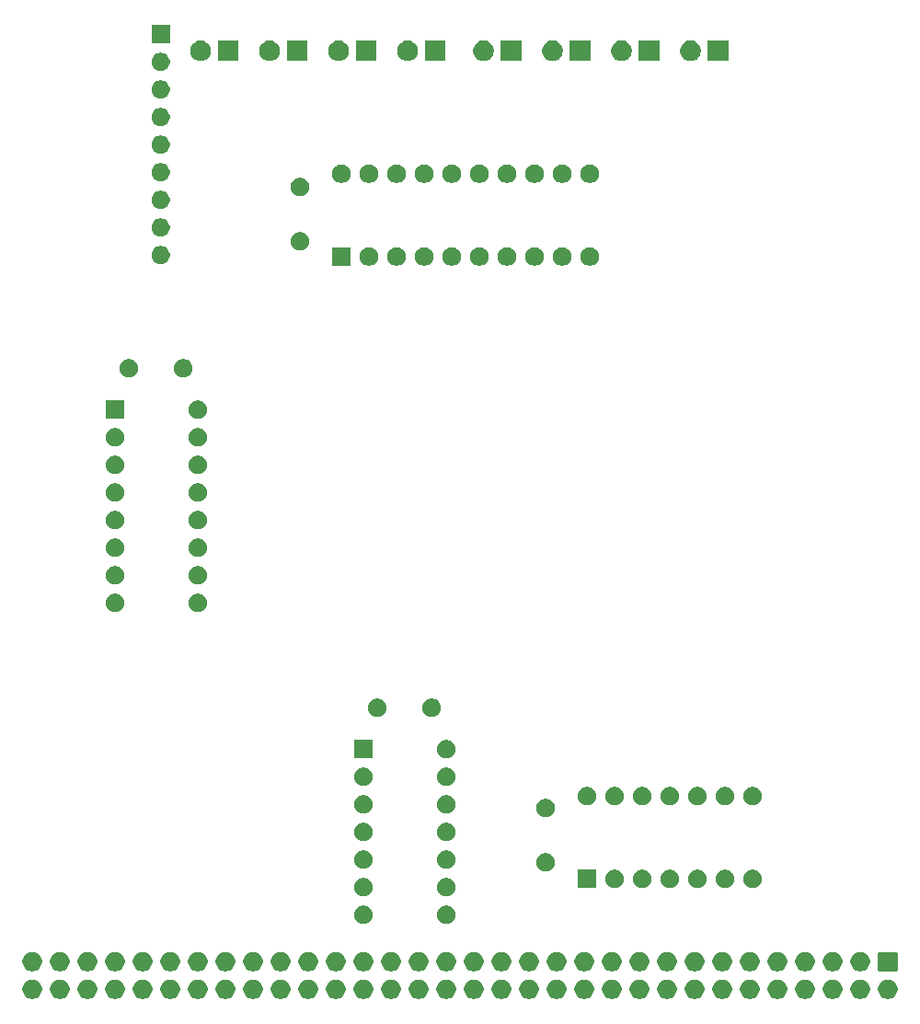
<source format=gbs>
G04 #@! TF.GenerationSoftware,KiCad,Pcbnew,5.1.6-c6e7f7d~86~ubuntu18.04.1*
G04 #@! TF.CreationDate,2020-06-20T00:16:09+12:00*
G04 #@! TF.ProjectId,M1 Address Decoding,4d312041-6464-4726-9573-73204465636f,rev?*
G04 #@! TF.SameCoordinates,Original*
G04 #@! TF.FileFunction,Soldermask,Bot*
G04 #@! TF.FilePolarity,Negative*
%FSLAX46Y46*%
G04 Gerber Fmt 4.6, Leading zero omitted, Abs format (unit mm)*
G04 Created by KiCad (PCBNEW 5.1.6-c6e7f7d~86~ubuntu18.04.1) date 2020-06-20 00:16:09*
%MOMM*%
%LPD*%
G01*
G04 APERTURE LIST*
%ADD10C,0.100000*%
G04 APERTURE END LIST*
D10*
G36*
X133590512Y-137152927D02*
G01*
X133739812Y-137182624D01*
X133903784Y-137250544D01*
X134051354Y-137349147D01*
X134176853Y-137474646D01*
X134275456Y-137622216D01*
X134343376Y-137786188D01*
X134378000Y-137960259D01*
X134378000Y-138137741D01*
X134343376Y-138311812D01*
X134275456Y-138475784D01*
X134176853Y-138623354D01*
X134051354Y-138748853D01*
X133903784Y-138847456D01*
X133739812Y-138915376D01*
X133590512Y-138945073D01*
X133565742Y-138950000D01*
X133388258Y-138950000D01*
X133363488Y-138945073D01*
X133214188Y-138915376D01*
X133050216Y-138847456D01*
X132902646Y-138748853D01*
X132777147Y-138623354D01*
X132678544Y-138475784D01*
X132610624Y-138311812D01*
X132576000Y-138137741D01*
X132576000Y-137960259D01*
X132610624Y-137786188D01*
X132678544Y-137622216D01*
X132777147Y-137474646D01*
X132902646Y-137349147D01*
X133050216Y-137250544D01*
X133214188Y-137182624D01*
X133363488Y-137152927D01*
X133388258Y-137148000D01*
X133565742Y-137148000D01*
X133590512Y-137152927D01*
G37*
G36*
X131050512Y-137152927D02*
G01*
X131199812Y-137182624D01*
X131363784Y-137250544D01*
X131511354Y-137349147D01*
X131636853Y-137474646D01*
X131735456Y-137622216D01*
X131803376Y-137786188D01*
X131838000Y-137960259D01*
X131838000Y-138137741D01*
X131803376Y-138311812D01*
X131735456Y-138475784D01*
X131636853Y-138623354D01*
X131511354Y-138748853D01*
X131363784Y-138847456D01*
X131199812Y-138915376D01*
X131050512Y-138945073D01*
X131025742Y-138950000D01*
X130848258Y-138950000D01*
X130823488Y-138945073D01*
X130674188Y-138915376D01*
X130510216Y-138847456D01*
X130362646Y-138748853D01*
X130237147Y-138623354D01*
X130138544Y-138475784D01*
X130070624Y-138311812D01*
X130036000Y-138137741D01*
X130036000Y-137960259D01*
X130070624Y-137786188D01*
X130138544Y-137622216D01*
X130237147Y-137474646D01*
X130362646Y-137349147D01*
X130510216Y-137250544D01*
X130674188Y-137182624D01*
X130823488Y-137152927D01*
X130848258Y-137148000D01*
X131025742Y-137148000D01*
X131050512Y-137152927D01*
G37*
G36*
X113270512Y-137152927D02*
G01*
X113419812Y-137182624D01*
X113583784Y-137250544D01*
X113731354Y-137349147D01*
X113856853Y-137474646D01*
X113955456Y-137622216D01*
X114023376Y-137786188D01*
X114058000Y-137960259D01*
X114058000Y-138137741D01*
X114023376Y-138311812D01*
X113955456Y-138475784D01*
X113856853Y-138623354D01*
X113731354Y-138748853D01*
X113583784Y-138847456D01*
X113419812Y-138915376D01*
X113270512Y-138945073D01*
X113245742Y-138950000D01*
X113068258Y-138950000D01*
X113043488Y-138945073D01*
X112894188Y-138915376D01*
X112730216Y-138847456D01*
X112582646Y-138748853D01*
X112457147Y-138623354D01*
X112358544Y-138475784D01*
X112290624Y-138311812D01*
X112256000Y-138137741D01*
X112256000Y-137960259D01*
X112290624Y-137786188D01*
X112358544Y-137622216D01*
X112457147Y-137474646D01*
X112582646Y-137349147D01*
X112730216Y-137250544D01*
X112894188Y-137182624D01*
X113043488Y-137152927D01*
X113068258Y-137148000D01*
X113245742Y-137148000D01*
X113270512Y-137152927D01*
G37*
G36*
X115810512Y-137152927D02*
G01*
X115959812Y-137182624D01*
X116123784Y-137250544D01*
X116271354Y-137349147D01*
X116396853Y-137474646D01*
X116495456Y-137622216D01*
X116563376Y-137786188D01*
X116598000Y-137960259D01*
X116598000Y-138137741D01*
X116563376Y-138311812D01*
X116495456Y-138475784D01*
X116396853Y-138623354D01*
X116271354Y-138748853D01*
X116123784Y-138847456D01*
X115959812Y-138915376D01*
X115810512Y-138945073D01*
X115785742Y-138950000D01*
X115608258Y-138950000D01*
X115583488Y-138945073D01*
X115434188Y-138915376D01*
X115270216Y-138847456D01*
X115122646Y-138748853D01*
X114997147Y-138623354D01*
X114898544Y-138475784D01*
X114830624Y-138311812D01*
X114796000Y-138137741D01*
X114796000Y-137960259D01*
X114830624Y-137786188D01*
X114898544Y-137622216D01*
X114997147Y-137474646D01*
X115122646Y-137349147D01*
X115270216Y-137250544D01*
X115434188Y-137182624D01*
X115583488Y-137152927D01*
X115608258Y-137148000D01*
X115785742Y-137148000D01*
X115810512Y-137152927D01*
G37*
G36*
X118350512Y-137152927D02*
G01*
X118499812Y-137182624D01*
X118663784Y-137250544D01*
X118811354Y-137349147D01*
X118936853Y-137474646D01*
X119035456Y-137622216D01*
X119103376Y-137786188D01*
X119138000Y-137960259D01*
X119138000Y-138137741D01*
X119103376Y-138311812D01*
X119035456Y-138475784D01*
X118936853Y-138623354D01*
X118811354Y-138748853D01*
X118663784Y-138847456D01*
X118499812Y-138915376D01*
X118350512Y-138945073D01*
X118325742Y-138950000D01*
X118148258Y-138950000D01*
X118123488Y-138945073D01*
X117974188Y-138915376D01*
X117810216Y-138847456D01*
X117662646Y-138748853D01*
X117537147Y-138623354D01*
X117438544Y-138475784D01*
X117370624Y-138311812D01*
X117336000Y-138137741D01*
X117336000Y-137960259D01*
X117370624Y-137786188D01*
X117438544Y-137622216D01*
X117537147Y-137474646D01*
X117662646Y-137349147D01*
X117810216Y-137250544D01*
X117974188Y-137182624D01*
X118123488Y-137152927D01*
X118148258Y-137148000D01*
X118325742Y-137148000D01*
X118350512Y-137152927D01*
G37*
G36*
X120890512Y-137152927D02*
G01*
X121039812Y-137182624D01*
X121203784Y-137250544D01*
X121351354Y-137349147D01*
X121476853Y-137474646D01*
X121575456Y-137622216D01*
X121643376Y-137786188D01*
X121678000Y-137960259D01*
X121678000Y-138137741D01*
X121643376Y-138311812D01*
X121575456Y-138475784D01*
X121476853Y-138623354D01*
X121351354Y-138748853D01*
X121203784Y-138847456D01*
X121039812Y-138915376D01*
X120890512Y-138945073D01*
X120865742Y-138950000D01*
X120688258Y-138950000D01*
X120663488Y-138945073D01*
X120514188Y-138915376D01*
X120350216Y-138847456D01*
X120202646Y-138748853D01*
X120077147Y-138623354D01*
X119978544Y-138475784D01*
X119910624Y-138311812D01*
X119876000Y-138137741D01*
X119876000Y-137960259D01*
X119910624Y-137786188D01*
X119978544Y-137622216D01*
X120077147Y-137474646D01*
X120202646Y-137349147D01*
X120350216Y-137250544D01*
X120514188Y-137182624D01*
X120663488Y-137152927D01*
X120688258Y-137148000D01*
X120865742Y-137148000D01*
X120890512Y-137152927D01*
G37*
G36*
X123430512Y-137152927D02*
G01*
X123579812Y-137182624D01*
X123743784Y-137250544D01*
X123891354Y-137349147D01*
X124016853Y-137474646D01*
X124115456Y-137622216D01*
X124183376Y-137786188D01*
X124218000Y-137960259D01*
X124218000Y-138137741D01*
X124183376Y-138311812D01*
X124115456Y-138475784D01*
X124016853Y-138623354D01*
X123891354Y-138748853D01*
X123743784Y-138847456D01*
X123579812Y-138915376D01*
X123430512Y-138945073D01*
X123405742Y-138950000D01*
X123228258Y-138950000D01*
X123203488Y-138945073D01*
X123054188Y-138915376D01*
X122890216Y-138847456D01*
X122742646Y-138748853D01*
X122617147Y-138623354D01*
X122518544Y-138475784D01*
X122450624Y-138311812D01*
X122416000Y-138137741D01*
X122416000Y-137960259D01*
X122450624Y-137786188D01*
X122518544Y-137622216D01*
X122617147Y-137474646D01*
X122742646Y-137349147D01*
X122890216Y-137250544D01*
X123054188Y-137182624D01*
X123203488Y-137152927D01*
X123228258Y-137148000D01*
X123405742Y-137148000D01*
X123430512Y-137152927D01*
G37*
G36*
X125970512Y-137152927D02*
G01*
X126119812Y-137182624D01*
X126283784Y-137250544D01*
X126431354Y-137349147D01*
X126556853Y-137474646D01*
X126655456Y-137622216D01*
X126723376Y-137786188D01*
X126758000Y-137960259D01*
X126758000Y-138137741D01*
X126723376Y-138311812D01*
X126655456Y-138475784D01*
X126556853Y-138623354D01*
X126431354Y-138748853D01*
X126283784Y-138847456D01*
X126119812Y-138915376D01*
X125970512Y-138945073D01*
X125945742Y-138950000D01*
X125768258Y-138950000D01*
X125743488Y-138945073D01*
X125594188Y-138915376D01*
X125430216Y-138847456D01*
X125282646Y-138748853D01*
X125157147Y-138623354D01*
X125058544Y-138475784D01*
X124990624Y-138311812D01*
X124956000Y-138137741D01*
X124956000Y-137960259D01*
X124990624Y-137786188D01*
X125058544Y-137622216D01*
X125157147Y-137474646D01*
X125282646Y-137349147D01*
X125430216Y-137250544D01*
X125594188Y-137182624D01*
X125743488Y-137152927D01*
X125768258Y-137148000D01*
X125945742Y-137148000D01*
X125970512Y-137152927D01*
G37*
G36*
X128510512Y-137152927D02*
G01*
X128659812Y-137182624D01*
X128823784Y-137250544D01*
X128971354Y-137349147D01*
X129096853Y-137474646D01*
X129195456Y-137622216D01*
X129263376Y-137786188D01*
X129298000Y-137960259D01*
X129298000Y-138137741D01*
X129263376Y-138311812D01*
X129195456Y-138475784D01*
X129096853Y-138623354D01*
X128971354Y-138748853D01*
X128823784Y-138847456D01*
X128659812Y-138915376D01*
X128510512Y-138945073D01*
X128485742Y-138950000D01*
X128308258Y-138950000D01*
X128283488Y-138945073D01*
X128134188Y-138915376D01*
X127970216Y-138847456D01*
X127822646Y-138748853D01*
X127697147Y-138623354D01*
X127598544Y-138475784D01*
X127530624Y-138311812D01*
X127496000Y-138137741D01*
X127496000Y-137960259D01*
X127530624Y-137786188D01*
X127598544Y-137622216D01*
X127697147Y-137474646D01*
X127822646Y-137349147D01*
X127970216Y-137250544D01*
X128134188Y-137182624D01*
X128283488Y-137152927D01*
X128308258Y-137148000D01*
X128485742Y-137148000D01*
X128510512Y-137152927D01*
G37*
G36*
X153910512Y-137152927D02*
G01*
X154059812Y-137182624D01*
X154223784Y-137250544D01*
X154371354Y-137349147D01*
X154496853Y-137474646D01*
X154595456Y-137622216D01*
X154663376Y-137786188D01*
X154698000Y-137960259D01*
X154698000Y-138137741D01*
X154663376Y-138311812D01*
X154595456Y-138475784D01*
X154496853Y-138623354D01*
X154371354Y-138748853D01*
X154223784Y-138847456D01*
X154059812Y-138915376D01*
X153910512Y-138945073D01*
X153885742Y-138950000D01*
X153708258Y-138950000D01*
X153683488Y-138945073D01*
X153534188Y-138915376D01*
X153370216Y-138847456D01*
X153222646Y-138748853D01*
X153097147Y-138623354D01*
X152998544Y-138475784D01*
X152930624Y-138311812D01*
X152896000Y-138137741D01*
X152896000Y-137960259D01*
X152930624Y-137786188D01*
X152998544Y-137622216D01*
X153097147Y-137474646D01*
X153222646Y-137349147D01*
X153370216Y-137250544D01*
X153534188Y-137182624D01*
X153683488Y-137152927D01*
X153708258Y-137148000D01*
X153885742Y-137148000D01*
X153910512Y-137152927D01*
G37*
G36*
X136130512Y-137152927D02*
G01*
X136279812Y-137182624D01*
X136443784Y-137250544D01*
X136591354Y-137349147D01*
X136716853Y-137474646D01*
X136815456Y-137622216D01*
X136883376Y-137786188D01*
X136918000Y-137960259D01*
X136918000Y-138137741D01*
X136883376Y-138311812D01*
X136815456Y-138475784D01*
X136716853Y-138623354D01*
X136591354Y-138748853D01*
X136443784Y-138847456D01*
X136279812Y-138915376D01*
X136130512Y-138945073D01*
X136105742Y-138950000D01*
X135928258Y-138950000D01*
X135903488Y-138945073D01*
X135754188Y-138915376D01*
X135590216Y-138847456D01*
X135442646Y-138748853D01*
X135317147Y-138623354D01*
X135218544Y-138475784D01*
X135150624Y-138311812D01*
X135116000Y-138137741D01*
X135116000Y-137960259D01*
X135150624Y-137786188D01*
X135218544Y-137622216D01*
X135317147Y-137474646D01*
X135442646Y-137349147D01*
X135590216Y-137250544D01*
X135754188Y-137182624D01*
X135903488Y-137152927D01*
X135928258Y-137148000D01*
X136105742Y-137148000D01*
X136130512Y-137152927D01*
G37*
G36*
X138670512Y-137152927D02*
G01*
X138819812Y-137182624D01*
X138983784Y-137250544D01*
X139131354Y-137349147D01*
X139256853Y-137474646D01*
X139355456Y-137622216D01*
X139423376Y-137786188D01*
X139458000Y-137960259D01*
X139458000Y-138137741D01*
X139423376Y-138311812D01*
X139355456Y-138475784D01*
X139256853Y-138623354D01*
X139131354Y-138748853D01*
X138983784Y-138847456D01*
X138819812Y-138915376D01*
X138670512Y-138945073D01*
X138645742Y-138950000D01*
X138468258Y-138950000D01*
X138443488Y-138945073D01*
X138294188Y-138915376D01*
X138130216Y-138847456D01*
X137982646Y-138748853D01*
X137857147Y-138623354D01*
X137758544Y-138475784D01*
X137690624Y-138311812D01*
X137656000Y-138137741D01*
X137656000Y-137960259D01*
X137690624Y-137786188D01*
X137758544Y-137622216D01*
X137857147Y-137474646D01*
X137982646Y-137349147D01*
X138130216Y-137250544D01*
X138294188Y-137182624D01*
X138443488Y-137152927D01*
X138468258Y-137148000D01*
X138645742Y-137148000D01*
X138670512Y-137152927D01*
G37*
G36*
X141210512Y-137152927D02*
G01*
X141359812Y-137182624D01*
X141523784Y-137250544D01*
X141671354Y-137349147D01*
X141796853Y-137474646D01*
X141895456Y-137622216D01*
X141963376Y-137786188D01*
X141998000Y-137960259D01*
X141998000Y-138137741D01*
X141963376Y-138311812D01*
X141895456Y-138475784D01*
X141796853Y-138623354D01*
X141671354Y-138748853D01*
X141523784Y-138847456D01*
X141359812Y-138915376D01*
X141210512Y-138945073D01*
X141185742Y-138950000D01*
X141008258Y-138950000D01*
X140983488Y-138945073D01*
X140834188Y-138915376D01*
X140670216Y-138847456D01*
X140522646Y-138748853D01*
X140397147Y-138623354D01*
X140298544Y-138475784D01*
X140230624Y-138311812D01*
X140196000Y-138137741D01*
X140196000Y-137960259D01*
X140230624Y-137786188D01*
X140298544Y-137622216D01*
X140397147Y-137474646D01*
X140522646Y-137349147D01*
X140670216Y-137250544D01*
X140834188Y-137182624D01*
X140983488Y-137152927D01*
X141008258Y-137148000D01*
X141185742Y-137148000D01*
X141210512Y-137152927D01*
G37*
G36*
X143750512Y-137152927D02*
G01*
X143899812Y-137182624D01*
X144063784Y-137250544D01*
X144211354Y-137349147D01*
X144336853Y-137474646D01*
X144435456Y-137622216D01*
X144503376Y-137786188D01*
X144538000Y-137960259D01*
X144538000Y-138137741D01*
X144503376Y-138311812D01*
X144435456Y-138475784D01*
X144336853Y-138623354D01*
X144211354Y-138748853D01*
X144063784Y-138847456D01*
X143899812Y-138915376D01*
X143750512Y-138945073D01*
X143725742Y-138950000D01*
X143548258Y-138950000D01*
X143523488Y-138945073D01*
X143374188Y-138915376D01*
X143210216Y-138847456D01*
X143062646Y-138748853D01*
X142937147Y-138623354D01*
X142838544Y-138475784D01*
X142770624Y-138311812D01*
X142736000Y-138137741D01*
X142736000Y-137960259D01*
X142770624Y-137786188D01*
X142838544Y-137622216D01*
X142937147Y-137474646D01*
X143062646Y-137349147D01*
X143210216Y-137250544D01*
X143374188Y-137182624D01*
X143523488Y-137152927D01*
X143548258Y-137148000D01*
X143725742Y-137148000D01*
X143750512Y-137152927D01*
G37*
G36*
X146290512Y-137152927D02*
G01*
X146439812Y-137182624D01*
X146603784Y-137250544D01*
X146751354Y-137349147D01*
X146876853Y-137474646D01*
X146975456Y-137622216D01*
X147043376Y-137786188D01*
X147078000Y-137960259D01*
X147078000Y-138137741D01*
X147043376Y-138311812D01*
X146975456Y-138475784D01*
X146876853Y-138623354D01*
X146751354Y-138748853D01*
X146603784Y-138847456D01*
X146439812Y-138915376D01*
X146290512Y-138945073D01*
X146265742Y-138950000D01*
X146088258Y-138950000D01*
X146063488Y-138945073D01*
X145914188Y-138915376D01*
X145750216Y-138847456D01*
X145602646Y-138748853D01*
X145477147Y-138623354D01*
X145378544Y-138475784D01*
X145310624Y-138311812D01*
X145276000Y-138137741D01*
X145276000Y-137960259D01*
X145310624Y-137786188D01*
X145378544Y-137622216D01*
X145477147Y-137474646D01*
X145602646Y-137349147D01*
X145750216Y-137250544D01*
X145914188Y-137182624D01*
X146063488Y-137152927D01*
X146088258Y-137148000D01*
X146265742Y-137148000D01*
X146290512Y-137152927D01*
G37*
G36*
X148830512Y-137152927D02*
G01*
X148979812Y-137182624D01*
X149143784Y-137250544D01*
X149291354Y-137349147D01*
X149416853Y-137474646D01*
X149515456Y-137622216D01*
X149583376Y-137786188D01*
X149618000Y-137960259D01*
X149618000Y-138137741D01*
X149583376Y-138311812D01*
X149515456Y-138475784D01*
X149416853Y-138623354D01*
X149291354Y-138748853D01*
X149143784Y-138847456D01*
X148979812Y-138915376D01*
X148830512Y-138945073D01*
X148805742Y-138950000D01*
X148628258Y-138950000D01*
X148603488Y-138945073D01*
X148454188Y-138915376D01*
X148290216Y-138847456D01*
X148142646Y-138748853D01*
X148017147Y-138623354D01*
X147918544Y-138475784D01*
X147850624Y-138311812D01*
X147816000Y-138137741D01*
X147816000Y-137960259D01*
X147850624Y-137786188D01*
X147918544Y-137622216D01*
X148017147Y-137474646D01*
X148142646Y-137349147D01*
X148290216Y-137250544D01*
X148454188Y-137182624D01*
X148603488Y-137152927D01*
X148628258Y-137148000D01*
X148805742Y-137148000D01*
X148830512Y-137152927D01*
G37*
G36*
X174230512Y-137152927D02*
G01*
X174379812Y-137182624D01*
X174543784Y-137250544D01*
X174691354Y-137349147D01*
X174816853Y-137474646D01*
X174915456Y-137622216D01*
X174983376Y-137786188D01*
X175018000Y-137960259D01*
X175018000Y-138137741D01*
X174983376Y-138311812D01*
X174915456Y-138475784D01*
X174816853Y-138623354D01*
X174691354Y-138748853D01*
X174543784Y-138847456D01*
X174379812Y-138915376D01*
X174230512Y-138945073D01*
X174205742Y-138950000D01*
X174028258Y-138950000D01*
X174003488Y-138945073D01*
X173854188Y-138915376D01*
X173690216Y-138847456D01*
X173542646Y-138748853D01*
X173417147Y-138623354D01*
X173318544Y-138475784D01*
X173250624Y-138311812D01*
X173216000Y-138137741D01*
X173216000Y-137960259D01*
X173250624Y-137786188D01*
X173318544Y-137622216D01*
X173417147Y-137474646D01*
X173542646Y-137349147D01*
X173690216Y-137250544D01*
X173854188Y-137182624D01*
X174003488Y-137152927D01*
X174028258Y-137148000D01*
X174205742Y-137148000D01*
X174230512Y-137152927D01*
G37*
G36*
X189470512Y-137152927D02*
G01*
X189619812Y-137182624D01*
X189783784Y-137250544D01*
X189931354Y-137349147D01*
X190056853Y-137474646D01*
X190155456Y-137622216D01*
X190223376Y-137786188D01*
X190258000Y-137960259D01*
X190258000Y-138137741D01*
X190223376Y-138311812D01*
X190155456Y-138475784D01*
X190056853Y-138623354D01*
X189931354Y-138748853D01*
X189783784Y-138847456D01*
X189619812Y-138915376D01*
X189470512Y-138945073D01*
X189445742Y-138950000D01*
X189268258Y-138950000D01*
X189243488Y-138945073D01*
X189094188Y-138915376D01*
X188930216Y-138847456D01*
X188782646Y-138748853D01*
X188657147Y-138623354D01*
X188558544Y-138475784D01*
X188490624Y-138311812D01*
X188456000Y-138137741D01*
X188456000Y-137960259D01*
X188490624Y-137786188D01*
X188558544Y-137622216D01*
X188657147Y-137474646D01*
X188782646Y-137349147D01*
X188930216Y-137250544D01*
X189094188Y-137182624D01*
X189243488Y-137152927D01*
X189268258Y-137148000D01*
X189445742Y-137148000D01*
X189470512Y-137152927D01*
G37*
G36*
X192010512Y-137152927D02*
G01*
X192159812Y-137182624D01*
X192323784Y-137250544D01*
X192471354Y-137349147D01*
X192596853Y-137474646D01*
X192695456Y-137622216D01*
X192763376Y-137786188D01*
X192798000Y-137960259D01*
X192798000Y-138137741D01*
X192763376Y-138311812D01*
X192695456Y-138475784D01*
X192596853Y-138623354D01*
X192471354Y-138748853D01*
X192323784Y-138847456D01*
X192159812Y-138915376D01*
X192010512Y-138945073D01*
X191985742Y-138950000D01*
X191808258Y-138950000D01*
X191783488Y-138945073D01*
X191634188Y-138915376D01*
X191470216Y-138847456D01*
X191322646Y-138748853D01*
X191197147Y-138623354D01*
X191098544Y-138475784D01*
X191030624Y-138311812D01*
X190996000Y-138137741D01*
X190996000Y-137960259D01*
X191030624Y-137786188D01*
X191098544Y-137622216D01*
X191197147Y-137474646D01*
X191322646Y-137349147D01*
X191470216Y-137250544D01*
X191634188Y-137182624D01*
X191783488Y-137152927D01*
X191808258Y-137148000D01*
X191985742Y-137148000D01*
X192010512Y-137152927D01*
G37*
G36*
X156450512Y-137152927D02*
G01*
X156599812Y-137182624D01*
X156763784Y-137250544D01*
X156911354Y-137349147D01*
X157036853Y-137474646D01*
X157135456Y-137622216D01*
X157203376Y-137786188D01*
X157238000Y-137960259D01*
X157238000Y-138137741D01*
X157203376Y-138311812D01*
X157135456Y-138475784D01*
X157036853Y-138623354D01*
X156911354Y-138748853D01*
X156763784Y-138847456D01*
X156599812Y-138915376D01*
X156450512Y-138945073D01*
X156425742Y-138950000D01*
X156248258Y-138950000D01*
X156223488Y-138945073D01*
X156074188Y-138915376D01*
X155910216Y-138847456D01*
X155762646Y-138748853D01*
X155637147Y-138623354D01*
X155538544Y-138475784D01*
X155470624Y-138311812D01*
X155436000Y-138137741D01*
X155436000Y-137960259D01*
X155470624Y-137786188D01*
X155538544Y-137622216D01*
X155637147Y-137474646D01*
X155762646Y-137349147D01*
X155910216Y-137250544D01*
X156074188Y-137182624D01*
X156223488Y-137152927D01*
X156248258Y-137148000D01*
X156425742Y-137148000D01*
X156450512Y-137152927D01*
G37*
G36*
X158990512Y-137152927D02*
G01*
X159139812Y-137182624D01*
X159303784Y-137250544D01*
X159451354Y-137349147D01*
X159576853Y-137474646D01*
X159675456Y-137622216D01*
X159743376Y-137786188D01*
X159778000Y-137960259D01*
X159778000Y-138137741D01*
X159743376Y-138311812D01*
X159675456Y-138475784D01*
X159576853Y-138623354D01*
X159451354Y-138748853D01*
X159303784Y-138847456D01*
X159139812Y-138915376D01*
X158990512Y-138945073D01*
X158965742Y-138950000D01*
X158788258Y-138950000D01*
X158763488Y-138945073D01*
X158614188Y-138915376D01*
X158450216Y-138847456D01*
X158302646Y-138748853D01*
X158177147Y-138623354D01*
X158078544Y-138475784D01*
X158010624Y-138311812D01*
X157976000Y-138137741D01*
X157976000Y-137960259D01*
X158010624Y-137786188D01*
X158078544Y-137622216D01*
X158177147Y-137474646D01*
X158302646Y-137349147D01*
X158450216Y-137250544D01*
X158614188Y-137182624D01*
X158763488Y-137152927D01*
X158788258Y-137148000D01*
X158965742Y-137148000D01*
X158990512Y-137152927D01*
G37*
G36*
X161530512Y-137152927D02*
G01*
X161679812Y-137182624D01*
X161843784Y-137250544D01*
X161991354Y-137349147D01*
X162116853Y-137474646D01*
X162215456Y-137622216D01*
X162283376Y-137786188D01*
X162318000Y-137960259D01*
X162318000Y-138137741D01*
X162283376Y-138311812D01*
X162215456Y-138475784D01*
X162116853Y-138623354D01*
X161991354Y-138748853D01*
X161843784Y-138847456D01*
X161679812Y-138915376D01*
X161530512Y-138945073D01*
X161505742Y-138950000D01*
X161328258Y-138950000D01*
X161303488Y-138945073D01*
X161154188Y-138915376D01*
X160990216Y-138847456D01*
X160842646Y-138748853D01*
X160717147Y-138623354D01*
X160618544Y-138475784D01*
X160550624Y-138311812D01*
X160516000Y-138137741D01*
X160516000Y-137960259D01*
X160550624Y-137786188D01*
X160618544Y-137622216D01*
X160717147Y-137474646D01*
X160842646Y-137349147D01*
X160990216Y-137250544D01*
X161154188Y-137182624D01*
X161303488Y-137152927D01*
X161328258Y-137148000D01*
X161505742Y-137148000D01*
X161530512Y-137152927D01*
G37*
G36*
X164070512Y-137152927D02*
G01*
X164219812Y-137182624D01*
X164383784Y-137250544D01*
X164531354Y-137349147D01*
X164656853Y-137474646D01*
X164755456Y-137622216D01*
X164823376Y-137786188D01*
X164858000Y-137960259D01*
X164858000Y-138137741D01*
X164823376Y-138311812D01*
X164755456Y-138475784D01*
X164656853Y-138623354D01*
X164531354Y-138748853D01*
X164383784Y-138847456D01*
X164219812Y-138915376D01*
X164070512Y-138945073D01*
X164045742Y-138950000D01*
X163868258Y-138950000D01*
X163843488Y-138945073D01*
X163694188Y-138915376D01*
X163530216Y-138847456D01*
X163382646Y-138748853D01*
X163257147Y-138623354D01*
X163158544Y-138475784D01*
X163090624Y-138311812D01*
X163056000Y-138137741D01*
X163056000Y-137960259D01*
X163090624Y-137786188D01*
X163158544Y-137622216D01*
X163257147Y-137474646D01*
X163382646Y-137349147D01*
X163530216Y-137250544D01*
X163694188Y-137182624D01*
X163843488Y-137152927D01*
X163868258Y-137148000D01*
X164045742Y-137148000D01*
X164070512Y-137152927D01*
G37*
G36*
X166610512Y-137152927D02*
G01*
X166759812Y-137182624D01*
X166923784Y-137250544D01*
X167071354Y-137349147D01*
X167196853Y-137474646D01*
X167295456Y-137622216D01*
X167363376Y-137786188D01*
X167398000Y-137960259D01*
X167398000Y-138137741D01*
X167363376Y-138311812D01*
X167295456Y-138475784D01*
X167196853Y-138623354D01*
X167071354Y-138748853D01*
X166923784Y-138847456D01*
X166759812Y-138915376D01*
X166610512Y-138945073D01*
X166585742Y-138950000D01*
X166408258Y-138950000D01*
X166383488Y-138945073D01*
X166234188Y-138915376D01*
X166070216Y-138847456D01*
X165922646Y-138748853D01*
X165797147Y-138623354D01*
X165698544Y-138475784D01*
X165630624Y-138311812D01*
X165596000Y-138137741D01*
X165596000Y-137960259D01*
X165630624Y-137786188D01*
X165698544Y-137622216D01*
X165797147Y-137474646D01*
X165922646Y-137349147D01*
X166070216Y-137250544D01*
X166234188Y-137182624D01*
X166383488Y-137152927D01*
X166408258Y-137148000D01*
X166585742Y-137148000D01*
X166610512Y-137152927D01*
G37*
G36*
X169150512Y-137152927D02*
G01*
X169299812Y-137182624D01*
X169463784Y-137250544D01*
X169611354Y-137349147D01*
X169736853Y-137474646D01*
X169835456Y-137622216D01*
X169903376Y-137786188D01*
X169938000Y-137960259D01*
X169938000Y-138137741D01*
X169903376Y-138311812D01*
X169835456Y-138475784D01*
X169736853Y-138623354D01*
X169611354Y-138748853D01*
X169463784Y-138847456D01*
X169299812Y-138915376D01*
X169150512Y-138945073D01*
X169125742Y-138950000D01*
X168948258Y-138950000D01*
X168923488Y-138945073D01*
X168774188Y-138915376D01*
X168610216Y-138847456D01*
X168462646Y-138748853D01*
X168337147Y-138623354D01*
X168238544Y-138475784D01*
X168170624Y-138311812D01*
X168136000Y-138137741D01*
X168136000Y-137960259D01*
X168170624Y-137786188D01*
X168238544Y-137622216D01*
X168337147Y-137474646D01*
X168462646Y-137349147D01*
X168610216Y-137250544D01*
X168774188Y-137182624D01*
X168923488Y-137152927D01*
X168948258Y-137148000D01*
X169125742Y-137148000D01*
X169150512Y-137152927D01*
G37*
G36*
X171690512Y-137152927D02*
G01*
X171839812Y-137182624D01*
X172003784Y-137250544D01*
X172151354Y-137349147D01*
X172276853Y-137474646D01*
X172375456Y-137622216D01*
X172443376Y-137786188D01*
X172478000Y-137960259D01*
X172478000Y-138137741D01*
X172443376Y-138311812D01*
X172375456Y-138475784D01*
X172276853Y-138623354D01*
X172151354Y-138748853D01*
X172003784Y-138847456D01*
X171839812Y-138915376D01*
X171690512Y-138945073D01*
X171665742Y-138950000D01*
X171488258Y-138950000D01*
X171463488Y-138945073D01*
X171314188Y-138915376D01*
X171150216Y-138847456D01*
X171002646Y-138748853D01*
X170877147Y-138623354D01*
X170778544Y-138475784D01*
X170710624Y-138311812D01*
X170676000Y-138137741D01*
X170676000Y-137960259D01*
X170710624Y-137786188D01*
X170778544Y-137622216D01*
X170877147Y-137474646D01*
X171002646Y-137349147D01*
X171150216Y-137250544D01*
X171314188Y-137182624D01*
X171463488Y-137152927D01*
X171488258Y-137148000D01*
X171665742Y-137148000D01*
X171690512Y-137152927D01*
G37*
G36*
X151370512Y-137152927D02*
G01*
X151519812Y-137182624D01*
X151683784Y-137250544D01*
X151831354Y-137349147D01*
X151956853Y-137474646D01*
X152055456Y-137622216D01*
X152123376Y-137786188D01*
X152158000Y-137960259D01*
X152158000Y-138137741D01*
X152123376Y-138311812D01*
X152055456Y-138475784D01*
X151956853Y-138623354D01*
X151831354Y-138748853D01*
X151683784Y-138847456D01*
X151519812Y-138915376D01*
X151370512Y-138945073D01*
X151345742Y-138950000D01*
X151168258Y-138950000D01*
X151143488Y-138945073D01*
X150994188Y-138915376D01*
X150830216Y-138847456D01*
X150682646Y-138748853D01*
X150557147Y-138623354D01*
X150458544Y-138475784D01*
X150390624Y-138311812D01*
X150356000Y-138137741D01*
X150356000Y-137960259D01*
X150390624Y-137786188D01*
X150458544Y-137622216D01*
X150557147Y-137474646D01*
X150682646Y-137349147D01*
X150830216Y-137250544D01*
X150994188Y-137182624D01*
X151143488Y-137152927D01*
X151168258Y-137148000D01*
X151345742Y-137148000D01*
X151370512Y-137152927D01*
G37*
G36*
X176770512Y-137152927D02*
G01*
X176919812Y-137182624D01*
X177083784Y-137250544D01*
X177231354Y-137349147D01*
X177356853Y-137474646D01*
X177455456Y-137622216D01*
X177523376Y-137786188D01*
X177558000Y-137960259D01*
X177558000Y-138137741D01*
X177523376Y-138311812D01*
X177455456Y-138475784D01*
X177356853Y-138623354D01*
X177231354Y-138748853D01*
X177083784Y-138847456D01*
X176919812Y-138915376D01*
X176770512Y-138945073D01*
X176745742Y-138950000D01*
X176568258Y-138950000D01*
X176543488Y-138945073D01*
X176394188Y-138915376D01*
X176230216Y-138847456D01*
X176082646Y-138748853D01*
X175957147Y-138623354D01*
X175858544Y-138475784D01*
X175790624Y-138311812D01*
X175756000Y-138137741D01*
X175756000Y-137960259D01*
X175790624Y-137786188D01*
X175858544Y-137622216D01*
X175957147Y-137474646D01*
X176082646Y-137349147D01*
X176230216Y-137250544D01*
X176394188Y-137182624D01*
X176543488Y-137152927D01*
X176568258Y-137148000D01*
X176745742Y-137148000D01*
X176770512Y-137152927D01*
G37*
G36*
X179310512Y-137152927D02*
G01*
X179459812Y-137182624D01*
X179623784Y-137250544D01*
X179771354Y-137349147D01*
X179896853Y-137474646D01*
X179995456Y-137622216D01*
X180063376Y-137786188D01*
X180098000Y-137960259D01*
X180098000Y-138137741D01*
X180063376Y-138311812D01*
X179995456Y-138475784D01*
X179896853Y-138623354D01*
X179771354Y-138748853D01*
X179623784Y-138847456D01*
X179459812Y-138915376D01*
X179310512Y-138945073D01*
X179285742Y-138950000D01*
X179108258Y-138950000D01*
X179083488Y-138945073D01*
X178934188Y-138915376D01*
X178770216Y-138847456D01*
X178622646Y-138748853D01*
X178497147Y-138623354D01*
X178398544Y-138475784D01*
X178330624Y-138311812D01*
X178296000Y-138137741D01*
X178296000Y-137960259D01*
X178330624Y-137786188D01*
X178398544Y-137622216D01*
X178497147Y-137474646D01*
X178622646Y-137349147D01*
X178770216Y-137250544D01*
X178934188Y-137182624D01*
X179083488Y-137152927D01*
X179108258Y-137148000D01*
X179285742Y-137148000D01*
X179310512Y-137152927D01*
G37*
G36*
X181850512Y-137152927D02*
G01*
X181999812Y-137182624D01*
X182163784Y-137250544D01*
X182311354Y-137349147D01*
X182436853Y-137474646D01*
X182535456Y-137622216D01*
X182603376Y-137786188D01*
X182638000Y-137960259D01*
X182638000Y-138137741D01*
X182603376Y-138311812D01*
X182535456Y-138475784D01*
X182436853Y-138623354D01*
X182311354Y-138748853D01*
X182163784Y-138847456D01*
X181999812Y-138915376D01*
X181850512Y-138945073D01*
X181825742Y-138950000D01*
X181648258Y-138950000D01*
X181623488Y-138945073D01*
X181474188Y-138915376D01*
X181310216Y-138847456D01*
X181162646Y-138748853D01*
X181037147Y-138623354D01*
X180938544Y-138475784D01*
X180870624Y-138311812D01*
X180836000Y-138137741D01*
X180836000Y-137960259D01*
X180870624Y-137786188D01*
X180938544Y-137622216D01*
X181037147Y-137474646D01*
X181162646Y-137349147D01*
X181310216Y-137250544D01*
X181474188Y-137182624D01*
X181623488Y-137152927D01*
X181648258Y-137148000D01*
X181825742Y-137148000D01*
X181850512Y-137152927D01*
G37*
G36*
X184390512Y-137152927D02*
G01*
X184539812Y-137182624D01*
X184703784Y-137250544D01*
X184851354Y-137349147D01*
X184976853Y-137474646D01*
X185075456Y-137622216D01*
X185143376Y-137786188D01*
X185178000Y-137960259D01*
X185178000Y-138137741D01*
X185143376Y-138311812D01*
X185075456Y-138475784D01*
X184976853Y-138623354D01*
X184851354Y-138748853D01*
X184703784Y-138847456D01*
X184539812Y-138915376D01*
X184390512Y-138945073D01*
X184365742Y-138950000D01*
X184188258Y-138950000D01*
X184163488Y-138945073D01*
X184014188Y-138915376D01*
X183850216Y-138847456D01*
X183702646Y-138748853D01*
X183577147Y-138623354D01*
X183478544Y-138475784D01*
X183410624Y-138311812D01*
X183376000Y-138137741D01*
X183376000Y-137960259D01*
X183410624Y-137786188D01*
X183478544Y-137622216D01*
X183577147Y-137474646D01*
X183702646Y-137349147D01*
X183850216Y-137250544D01*
X184014188Y-137182624D01*
X184163488Y-137152927D01*
X184188258Y-137148000D01*
X184365742Y-137148000D01*
X184390512Y-137152927D01*
G37*
G36*
X186930512Y-137152927D02*
G01*
X187079812Y-137182624D01*
X187243784Y-137250544D01*
X187391354Y-137349147D01*
X187516853Y-137474646D01*
X187615456Y-137622216D01*
X187683376Y-137786188D01*
X187718000Y-137960259D01*
X187718000Y-138137741D01*
X187683376Y-138311812D01*
X187615456Y-138475784D01*
X187516853Y-138623354D01*
X187391354Y-138748853D01*
X187243784Y-138847456D01*
X187079812Y-138915376D01*
X186930512Y-138945073D01*
X186905742Y-138950000D01*
X186728258Y-138950000D01*
X186703488Y-138945073D01*
X186554188Y-138915376D01*
X186390216Y-138847456D01*
X186242646Y-138748853D01*
X186117147Y-138623354D01*
X186018544Y-138475784D01*
X185950624Y-138311812D01*
X185916000Y-138137741D01*
X185916000Y-137960259D01*
X185950624Y-137786188D01*
X186018544Y-137622216D01*
X186117147Y-137474646D01*
X186242646Y-137349147D01*
X186390216Y-137250544D01*
X186554188Y-137182624D01*
X186703488Y-137152927D01*
X186728258Y-137148000D01*
X186905742Y-137148000D01*
X186930512Y-137152927D01*
G37*
G36*
X138665796Y-134611989D02*
G01*
X138819812Y-134642624D01*
X138983784Y-134710544D01*
X139131354Y-134809147D01*
X139256853Y-134934646D01*
X139355456Y-135082216D01*
X139423376Y-135246188D01*
X139458000Y-135420259D01*
X139458000Y-135597741D01*
X139423376Y-135771812D01*
X139355456Y-135935784D01*
X139256853Y-136083354D01*
X139131354Y-136208853D01*
X138983784Y-136307456D01*
X138819812Y-136375376D01*
X138671341Y-136404908D01*
X138645742Y-136410000D01*
X138468258Y-136410000D01*
X138442659Y-136404908D01*
X138294188Y-136375376D01*
X138130216Y-136307456D01*
X137982646Y-136208853D01*
X137857147Y-136083354D01*
X137758544Y-135935784D01*
X137690624Y-135771812D01*
X137656000Y-135597741D01*
X137656000Y-135420259D01*
X137690624Y-135246188D01*
X137758544Y-135082216D01*
X137857147Y-134934646D01*
X137982646Y-134809147D01*
X138130216Y-134710544D01*
X138294188Y-134642624D01*
X138448204Y-134611989D01*
X138468258Y-134608000D01*
X138645742Y-134608000D01*
X138665796Y-134611989D01*
G37*
G36*
X179305796Y-134611989D02*
G01*
X179459812Y-134642624D01*
X179623784Y-134710544D01*
X179771354Y-134809147D01*
X179896853Y-134934646D01*
X179995456Y-135082216D01*
X180063376Y-135246188D01*
X180098000Y-135420259D01*
X180098000Y-135597741D01*
X180063376Y-135771812D01*
X179995456Y-135935784D01*
X179896853Y-136083354D01*
X179771354Y-136208853D01*
X179623784Y-136307456D01*
X179459812Y-136375376D01*
X179311341Y-136404908D01*
X179285742Y-136410000D01*
X179108258Y-136410000D01*
X179082659Y-136404908D01*
X178934188Y-136375376D01*
X178770216Y-136307456D01*
X178622646Y-136208853D01*
X178497147Y-136083354D01*
X178398544Y-135935784D01*
X178330624Y-135771812D01*
X178296000Y-135597741D01*
X178296000Y-135420259D01*
X178330624Y-135246188D01*
X178398544Y-135082216D01*
X178497147Y-134934646D01*
X178622646Y-134809147D01*
X178770216Y-134710544D01*
X178934188Y-134642624D01*
X179088204Y-134611989D01*
X179108258Y-134608000D01*
X179285742Y-134608000D01*
X179305796Y-134611989D01*
G37*
G36*
X184385796Y-134611989D02*
G01*
X184539812Y-134642624D01*
X184703784Y-134710544D01*
X184851354Y-134809147D01*
X184976853Y-134934646D01*
X185075456Y-135082216D01*
X185143376Y-135246188D01*
X185178000Y-135420259D01*
X185178000Y-135597741D01*
X185143376Y-135771812D01*
X185075456Y-135935784D01*
X184976853Y-136083354D01*
X184851354Y-136208853D01*
X184703784Y-136307456D01*
X184539812Y-136375376D01*
X184391341Y-136404908D01*
X184365742Y-136410000D01*
X184188258Y-136410000D01*
X184162659Y-136404908D01*
X184014188Y-136375376D01*
X183850216Y-136307456D01*
X183702646Y-136208853D01*
X183577147Y-136083354D01*
X183478544Y-135935784D01*
X183410624Y-135771812D01*
X183376000Y-135597741D01*
X183376000Y-135420259D01*
X183410624Y-135246188D01*
X183478544Y-135082216D01*
X183577147Y-134934646D01*
X183702646Y-134809147D01*
X183850216Y-134710544D01*
X184014188Y-134642624D01*
X184168204Y-134611989D01*
X184188258Y-134608000D01*
X184365742Y-134608000D01*
X184385796Y-134611989D01*
G37*
G36*
X186925796Y-134611989D02*
G01*
X187079812Y-134642624D01*
X187243784Y-134710544D01*
X187391354Y-134809147D01*
X187516853Y-134934646D01*
X187615456Y-135082216D01*
X187683376Y-135246188D01*
X187718000Y-135420259D01*
X187718000Y-135597741D01*
X187683376Y-135771812D01*
X187615456Y-135935784D01*
X187516853Y-136083354D01*
X187391354Y-136208853D01*
X187243784Y-136307456D01*
X187079812Y-136375376D01*
X186931341Y-136404908D01*
X186905742Y-136410000D01*
X186728258Y-136410000D01*
X186702659Y-136404908D01*
X186554188Y-136375376D01*
X186390216Y-136307456D01*
X186242646Y-136208853D01*
X186117147Y-136083354D01*
X186018544Y-135935784D01*
X185950624Y-135771812D01*
X185916000Y-135597741D01*
X185916000Y-135420259D01*
X185950624Y-135246188D01*
X186018544Y-135082216D01*
X186117147Y-134934646D01*
X186242646Y-134809147D01*
X186390216Y-134710544D01*
X186554188Y-134642624D01*
X186708204Y-134611989D01*
X186728258Y-134608000D01*
X186905742Y-134608000D01*
X186925796Y-134611989D01*
G37*
G36*
X189465796Y-134611989D02*
G01*
X189619812Y-134642624D01*
X189783784Y-134710544D01*
X189931354Y-134809147D01*
X190056853Y-134934646D01*
X190155456Y-135082216D01*
X190223376Y-135246188D01*
X190258000Y-135420259D01*
X190258000Y-135597741D01*
X190223376Y-135771812D01*
X190155456Y-135935784D01*
X190056853Y-136083354D01*
X189931354Y-136208853D01*
X189783784Y-136307456D01*
X189619812Y-136375376D01*
X189471341Y-136404908D01*
X189445742Y-136410000D01*
X189268258Y-136410000D01*
X189242659Y-136404908D01*
X189094188Y-136375376D01*
X188930216Y-136307456D01*
X188782646Y-136208853D01*
X188657147Y-136083354D01*
X188558544Y-135935784D01*
X188490624Y-135771812D01*
X188456000Y-135597741D01*
X188456000Y-135420259D01*
X188490624Y-135246188D01*
X188558544Y-135082216D01*
X188657147Y-134934646D01*
X188782646Y-134809147D01*
X188930216Y-134710544D01*
X189094188Y-134642624D01*
X189248204Y-134611989D01*
X189268258Y-134608000D01*
X189445742Y-134608000D01*
X189465796Y-134611989D01*
G37*
G36*
X192655600Y-134611989D02*
G01*
X192688652Y-134622015D01*
X192719103Y-134638292D01*
X192745799Y-134660201D01*
X192767708Y-134686897D01*
X192783985Y-134717348D01*
X192794011Y-134750400D01*
X192798000Y-134790903D01*
X192798000Y-136227097D01*
X192794011Y-136267600D01*
X192783985Y-136300652D01*
X192767708Y-136331103D01*
X192745799Y-136357799D01*
X192719103Y-136379708D01*
X192688652Y-136395985D01*
X192655600Y-136406011D01*
X192615097Y-136410000D01*
X191178903Y-136410000D01*
X191138400Y-136406011D01*
X191105348Y-136395985D01*
X191074897Y-136379708D01*
X191048201Y-136357799D01*
X191026292Y-136331103D01*
X191010015Y-136300652D01*
X190999989Y-136267600D01*
X190996000Y-136227097D01*
X190996000Y-134790903D01*
X190999989Y-134750400D01*
X191010015Y-134717348D01*
X191026292Y-134686897D01*
X191048201Y-134660201D01*
X191074897Y-134638292D01*
X191105348Y-134622015D01*
X191138400Y-134611989D01*
X191178903Y-134608000D01*
X192615097Y-134608000D01*
X192655600Y-134611989D01*
G37*
G36*
X133585796Y-134611989D02*
G01*
X133739812Y-134642624D01*
X133903784Y-134710544D01*
X134051354Y-134809147D01*
X134176853Y-134934646D01*
X134275456Y-135082216D01*
X134343376Y-135246188D01*
X134378000Y-135420259D01*
X134378000Y-135597741D01*
X134343376Y-135771812D01*
X134275456Y-135935784D01*
X134176853Y-136083354D01*
X134051354Y-136208853D01*
X133903784Y-136307456D01*
X133739812Y-136375376D01*
X133591341Y-136404908D01*
X133565742Y-136410000D01*
X133388258Y-136410000D01*
X133362659Y-136404908D01*
X133214188Y-136375376D01*
X133050216Y-136307456D01*
X132902646Y-136208853D01*
X132777147Y-136083354D01*
X132678544Y-135935784D01*
X132610624Y-135771812D01*
X132576000Y-135597741D01*
X132576000Y-135420259D01*
X132610624Y-135246188D01*
X132678544Y-135082216D01*
X132777147Y-134934646D01*
X132902646Y-134809147D01*
X133050216Y-134710544D01*
X133214188Y-134642624D01*
X133368204Y-134611989D01*
X133388258Y-134608000D01*
X133565742Y-134608000D01*
X133585796Y-134611989D01*
G37*
G36*
X131045796Y-134611989D02*
G01*
X131199812Y-134642624D01*
X131363784Y-134710544D01*
X131511354Y-134809147D01*
X131636853Y-134934646D01*
X131735456Y-135082216D01*
X131803376Y-135246188D01*
X131838000Y-135420259D01*
X131838000Y-135597741D01*
X131803376Y-135771812D01*
X131735456Y-135935784D01*
X131636853Y-136083354D01*
X131511354Y-136208853D01*
X131363784Y-136307456D01*
X131199812Y-136375376D01*
X131051341Y-136404908D01*
X131025742Y-136410000D01*
X130848258Y-136410000D01*
X130822659Y-136404908D01*
X130674188Y-136375376D01*
X130510216Y-136307456D01*
X130362646Y-136208853D01*
X130237147Y-136083354D01*
X130138544Y-135935784D01*
X130070624Y-135771812D01*
X130036000Y-135597741D01*
X130036000Y-135420259D01*
X130070624Y-135246188D01*
X130138544Y-135082216D01*
X130237147Y-134934646D01*
X130362646Y-134809147D01*
X130510216Y-134710544D01*
X130674188Y-134642624D01*
X130828204Y-134611989D01*
X130848258Y-134608000D01*
X131025742Y-134608000D01*
X131045796Y-134611989D01*
G37*
G36*
X128505796Y-134611989D02*
G01*
X128659812Y-134642624D01*
X128823784Y-134710544D01*
X128971354Y-134809147D01*
X129096853Y-134934646D01*
X129195456Y-135082216D01*
X129263376Y-135246188D01*
X129298000Y-135420259D01*
X129298000Y-135597741D01*
X129263376Y-135771812D01*
X129195456Y-135935784D01*
X129096853Y-136083354D01*
X128971354Y-136208853D01*
X128823784Y-136307456D01*
X128659812Y-136375376D01*
X128511341Y-136404908D01*
X128485742Y-136410000D01*
X128308258Y-136410000D01*
X128282659Y-136404908D01*
X128134188Y-136375376D01*
X127970216Y-136307456D01*
X127822646Y-136208853D01*
X127697147Y-136083354D01*
X127598544Y-135935784D01*
X127530624Y-135771812D01*
X127496000Y-135597741D01*
X127496000Y-135420259D01*
X127530624Y-135246188D01*
X127598544Y-135082216D01*
X127697147Y-134934646D01*
X127822646Y-134809147D01*
X127970216Y-134710544D01*
X128134188Y-134642624D01*
X128288204Y-134611989D01*
X128308258Y-134608000D01*
X128485742Y-134608000D01*
X128505796Y-134611989D01*
G37*
G36*
X125965796Y-134611989D02*
G01*
X126119812Y-134642624D01*
X126283784Y-134710544D01*
X126431354Y-134809147D01*
X126556853Y-134934646D01*
X126655456Y-135082216D01*
X126723376Y-135246188D01*
X126758000Y-135420259D01*
X126758000Y-135597741D01*
X126723376Y-135771812D01*
X126655456Y-135935784D01*
X126556853Y-136083354D01*
X126431354Y-136208853D01*
X126283784Y-136307456D01*
X126119812Y-136375376D01*
X125971341Y-136404908D01*
X125945742Y-136410000D01*
X125768258Y-136410000D01*
X125742659Y-136404908D01*
X125594188Y-136375376D01*
X125430216Y-136307456D01*
X125282646Y-136208853D01*
X125157147Y-136083354D01*
X125058544Y-135935784D01*
X124990624Y-135771812D01*
X124956000Y-135597741D01*
X124956000Y-135420259D01*
X124990624Y-135246188D01*
X125058544Y-135082216D01*
X125157147Y-134934646D01*
X125282646Y-134809147D01*
X125430216Y-134710544D01*
X125594188Y-134642624D01*
X125748204Y-134611989D01*
X125768258Y-134608000D01*
X125945742Y-134608000D01*
X125965796Y-134611989D01*
G37*
G36*
X123425796Y-134611989D02*
G01*
X123579812Y-134642624D01*
X123743784Y-134710544D01*
X123891354Y-134809147D01*
X124016853Y-134934646D01*
X124115456Y-135082216D01*
X124183376Y-135246188D01*
X124218000Y-135420259D01*
X124218000Y-135597741D01*
X124183376Y-135771812D01*
X124115456Y-135935784D01*
X124016853Y-136083354D01*
X123891354Y-136208853D01*
X123743784Y-136307456D01*
X123579812Y-136375376D01*
X123431341Y-136404908D01*
X123405742Y-136410000D01*
X123228258Y-136410000D01*
X123202659Y-136404908D01*
X123054188Y-136375376D01*
X122890216Y-136307456D01*
X122742646Y-136208853D01*
X122617147Y-136083354D01*
X122518544Y-135935784D01*
X122450624Y-135771812D01*
X122416000Y-135597741D01*
X122416000Y-135420259D01*
X122450624Y-135246188D01*
X122518544Y-135082216D01*
X122617147Y-134934646D01*
X122742646Y-134809147D01*
X122890216Y-134710544D01*
X123054188Y-134642624D01*
X123208204Y-134611989D01*
X123228258Y-134608000D01*
X123405742Y-134608000D01*
X123425796Y-134611989D01*
G37*
G36*
X120885796Y-134611989D02*
G01*
X121039812Y-134642624D01*
X121203784Y-134710544D01*
X121351354Y-134809147D01*
X121476853Y-134934646D01*
X121575456Y-135082216D01*
X121643376Y-135246188D01*
X121678000Y-135420259D01*
X121678000Y-135597741D01*
X121643376Y-135771812D01*
X121575456Y-135935784D01*
X121476853Y-136083354D01*
X121351354Y-136208853D01*
X121203784Y-136307456D01*
X121039812Y-136375376D01*
X120891341Y-136404908D01*
X120865742Y-136410000D01*
X120688258Y-136410000D01*
X120662659Y-136404908D01*
X120514188Y-136375376D01*
X120350216Y-136307456D01*
X120202646Y-136208853D01*
X120077147Y-136083354D01*
X119978544Y-135935784D01*
X119910624Y-135771812D01*
X119876000Y-135597741D01*
X119876000Y-135420259D01*
X119910624Y-135246188D01*
X119978544Y-135082216D01*
X120077147Y-134934646D01*
X120202646Y-134809147D01*
X120350216Y-134710544D01*
X120514188Y-134642624D01*
X120668204Y-134611989D01*
X120688258Y-134608000D01*
X120865742Y-134608000D01*
X120885796Y-134611989D01*
G37*
G36*
X118345796Y-134611989D02*
G01*
X118499812Y-134642624D01*
X118663784Y-134710544D01*
X118811354Y-134809147D01*
X118936853Y-134934646D01*
X119035456Y-135082216D01*
X119103376Y-135246188D01*
X119138000Y-135420259D01*
X119138000Y-135597741D01*
X119103376Y-135771812D01*
X119035456Y-135935784D01*
X118936853Y-136083354D01*
X118811354Y-136208853D01*
X118663784Y-136307456D01*
X118499812Y-136375376D01*
X118351341Y-136404908D01*
X118325742Y-136410000D01*
X118148258Y-136410000D01*
X118122659Y-136404908D01*
X117974188Y-136375376D01*
X117810216Y-136307456D01*
X117662646Y-136208853D01*
X117537147Y-136083354D01*
X117438544Y-135935784D01*
X117370624Y-135771812D01*
X117336000Y-135597741D01*
X117336000Y-135420259D01*
X117370624Y-135246188D01*
X117438544Y-135082216D01*
X117537147Y-134934646D01*
X117662646Y-134809147D01*
X117810216Y-134710544D01*
X117974188Y-134642624D01*
X118128204Y-134611989D01*
X118148258Y-134608000D01*
X118325742Y-134608000D01*
X118345796Y-134611989D01*
G37*
G36*
X115805796Y-134611989D02*
G01*
X115959812Y-134642624D01*
X116123784Y-134710544D01*
X116271354Y-134809147D01*
X116396853Y-134934646D01*
X116495456Y-135082216D01*
X116563376Y-135246188D01*
X116598000Y-135420259D01*
X116598000Y-135597741D01*
X116563376Y-135771812D01*
X116495456Y-135935784D01*
X116396853Y-136083354D01*
X116271354Y-136208853D01*
X116123784Y-136307456D01*
X115959812Y-136375376D01*
X115811341Y-136404908D01*
X115785742Y-136410000D01*
X115608258Y-136410000D01*
X115582659Y-136404908D01*
X115434188Y-136375376D01*
X115270216Y-136307456D01*
X115122646Y-136208853D01*
X114997147Y-136083354D01*
X114898544Y-135935784D01*
X114830624Y-135771812D01*
X114796000Y-135597741D01*
X114796000Y-135420259D01*
X114830624Y-135246188D01*
X114898544Y-135082216D01*
X114997147Y-134934646D01*
X115122646Y-134809147D01*
X115270216Y-134710544D01*
X115434188Y-134642624D01*
X115588204Y-134611989D01*
X115608258Y-134608000D01*
X115785742Y-134608000D01*
X115805796Y-134611989D01*
G37*
G36*
X113265796Y-134611989D02*
G01*
X113419812Y-134642624D01*
X113583784Y-134710544D01*
X113731354Y-134809147D01*
X113856853Y-134934646D01*
X113955456Y-135082216D01*
X114023376Y-135246188D01*
X114058000Y-135420259D01*
X114058000Y-135597741D01*
X114023376Y-135771812D01*
X113955456Y-135935784D01*
X113856853Y-136083354D01*
X113731354Y-136208853D01*
X113583784Y-136307456D01*
X113419812Y-136375376D01*
X113271341Y-136404908D01*
X113245742Y-136410000D01*
X113068258Y-136410000D01*
X113042659Y-136404908D01*
X112894188Y-136375376D01*
X112730216Y-136307456D01*
X112582646Y-136208853D01*
X112457147Y-136083354D01*
X112358544Y-135935784D01*
X112290624Y-135771812D01*
X112256000Y-135597741D01*
X112256000Y-135420259D01*
X112290624Y-135246188D01*
X112358544Y-135082216D01*
X112457147Y-134934646D01*
X112582646Y-134809147D01*
X112730216Y-134710544D01*
X112894188Y-134642624D01*
X113048204Y-134611989D01*
X113068258Y-134608000D01*
X113245742Y-134608000D01*
X113265796Y-134611989D01*
G37*
G36*
X141205796Y-134611989D02*
G01*
X141359812Y-134642624D01*
X141523784Y-134710544D01*
X141671354Y-134809147D01*
X141796853Y-134934646D01*
X141895456Y-135082216D01*
X141963376Y-135246188D01*
X141998000Y-135420259D01*
X141998000Y-135597741D01*
X141963376Y-135771812D01*
X141895456Y-135935784D01*
X141796853Y-136083354D01*
X141671354Y-136208853D01*
X141523784Y-136307456D01*
X141359812Y-136375376D01*
X141211341Y-136404908D01*
X141185742Y-136410000D01*
X141008258Y-136410000D01*
X140982659Y-136404908D01*
X140834188Y-136375376D01*
X140670216Y-136307456D01*
X140522646Y-136208853D01*
X140397147Y-136083354D01*
X140298544Y-135935784D01*
X140230624Y-135771812D01*
X140196000Y-135597741D01*
X140196000Y-135420259D01*
X140230624Y-135246188D01*
X140298544Y-135082216D01*
X140397147Y-134934646D01*
X140522646Y-134809147D01*
X140670216Y-134710544D01*
X140834188Y-134642624D01*
X140988204Y-134611989D01*
X141008258Y-134608000D01*
X141185742Y-134608000D01*
X141205796Y-134611989D01*
G37*
G36*
X156445796Y-134611989D02*
G01*
X156599812Y-134642624D01*
X156763784Y-134710544D01*
X156911354Y-134809147D01*
X157036853Y-134934646D01*
X157135456Y-135082216D01*
X157203376Y-135246188D01*
X157238000Y-135420259D01*
X157238000Y-135597741D01*
X157203376Y-135771812D01*
X157135456Y-135935784D01*
X157036853Y-136083354D01*
X156911354Y-136208853D01*
X156763784Y-136307456D01*
X156599812Y-136375376D01*
X156451341Y-136404908D01*
X156425742Y-136410000D01*
X156248258Y-136410000D01*
X156222659Y-136404908D01*
X156074188Y-136375376D01*
X155910216Y-136307456D01*
X155762646Y-136208853D01*
X155637147Y-136083354D01*
X155538544Y-135935784D01*
X155470624Y-135771812D01*
X155436000Y-135597741D01*
X155436000Y-135420259D01*
X155470624Y-135246188D01*
X155538544Y-135082216D01*
X155637147Y-134934646D01*
X155762646Y-134809147D01*
X155910216Y-134710544D01*
X156074188Y-134642624D01*
X156228204Y-134611989D01*
X156248258Y-134608000D01*
X156425742Y-134608000D01*
X156445796Y-134611989D01*
G37*
G36*
X176765796Y-134611989D02*
G01*
X176919812Y-134642624D01*
X177083784Y-134710544D01*
X177231354Y-134809147D01*
X177356853Y-134934646D01*
X177455456Y-135082216D01*
X177523376Y-135246188D01*
X177558000Y-135420259D01*
X177558000Y-135597741D01*
X177523376Y-135771812D01*
X177455456Y-135935784D01*
X177356853Y-136083354D01*
X177231354Y-136208853D01*
X177083784Y-136307456D01*
X176919812Y-136375376D01*
X176771341Y-136404908D01*
X176745742Y-136410000D01*
X176568258Y-136410000D01*
X176542659Y-136404908D01*
X176394188Y-136375376D01*
X176230216Y-136307456D01*
X176082646Y-136208853D01*
X175957147Y-136083354D01*
X175858544Y-135935784D01*
X175790624Y-135771812D01*
X175756000Y-135597741D01*
X175756000Y-135420259D01*
X175790624Y-135246188D01*
X175858544Y-135082216D01*
X175957147Y-134934646D01*
X176082646Y-134809147D01*
X176230216Y-134710544D01*
X176394188Y-134642624D01*
X176548204Y-134611989D01*
X176568258Y-134608000D01*
X176745742Y-134608000D01*
X176765796Y-134611989D01*
G37*
G36*
X136125796Y-134611989D02*
G01*
X136279812Y-134642624D01*
X136443784Y-134710544D01*
X136591354Y-134809147D01*
X136716853Y-134934646D01*
X136815456Y-135082216D01*
X136883376Y-135246188D01*
X136918000Y-135420259D01*
X136918000Y-135597741D01*
X136883376Y-135771812D01*
X136815456Y-135935784D01*
X136716853Y-136083354D01*
X136591354Y-136208853D01*
X136443784Y-136307456D01*
X136279812Y-136375376D01*
X136131341Y-136404908D01*
X136105742Y-136410000D01*
X135928258Y-136410000D01*
X135902659Y-136404908D01*
X135754188Y-136375376D01*
X135590216Y-136307456D01*
X135442646Y-136208853D01*
X135317147Y-136083354D01*
X135218544Y-135935784D01*
X135150624Y-135771812D01*
X135116000Y-135597741D01*
X135116000Y-135420259D01*
X135150624Y-135246188D01*
X135218544Y-135082216D01*
X135317147Y-134934646D01*
X135442646Y-134809147D01*
X135590216Y-134710544D01*
X135754188Y-134642624D01*
X135908204Y-134611989D01*
X135928258Y-134608000D01*
X136105742Y-134608000D01*
X136125796Y-134611989D01*
G37*
G36*
X143745796Y-134611989D02*
G01*
X143899812Y-134642624D01*
X144063784Y-134710544D01*
X144211354Y-134809147D01*
X144336853Y-134934646D01*
X144435456Y-135082216D01*
X144503376Y-135246188D01*
X144538000Y-135420259D01*
X144538000Y-135597741D01*
X144503376Y-135771812D01*
X144435456Y-135935784D01*
X144336853Y-136083354D01*
X144211354Y-136208853D01*
X144063784Y-136307456D01*
X143899812Y-136375376D01*
X143751341Y-136404908D01*
X143725742Y-136410000D01*
X143548258Y-136410000D01*
X143522659Y-136404908D01*
X143374188Y-136375376D01*
X143210216Y-136307456D01*
X143062646Y-136208853D01*
X142937147Y-136083354D01*
X142838544Y-135935784D01*
X142770624Y-135771812D01*
X142736000Y-135597741D01*
X142736000Y-135420259D01*
X142770624Y-135246188D01*
X142838544Y-135082216D01*
X142937147Y-134934646D01*
X143062646Y-134809147D01*
X143210216Y-134710544D01*
X143374188Y-134642624D01*
X143528204Y-134611989D01*
X143548258Y-134608000D01*
X143725742Y-134608000D01*
X143745796Y-134611989D01*
G37*
G36*
X181845796Y-134611989D02*
G01*
X181999812Y-134642624D01*
X182163784Y-134710544D01*
X182311354Y-134809147D01*
X182436853Y-134934646D01*
X182535456Y-135082216D01*
X182603376Y-135246188D01*
X182638000Y-135420259D01*
X182638000Y-135597741D01*
X182603376Y-135771812D01*
X182535456Y-135935784D01*
X182436853Y-136083354D01*
X182311354Y-136208853D01*
X182163784Y-136307456D01*
X181999812Y-136375376D01*
X181851341Y-136404908D01*
X181825742Y-136410000D01*
X181648258Y-136410000D01*
X181622659Y-136404908D01*
X181474188Y-136375376D01*
X181310216Y-136307456D01*
X181162646Y-136208853D01*
X181037147Y-136083354D01*
X180938544Y-135935784D01*
X180870624Y-135771812D01*
X180836000Y-135597741D01*
X180836000Y-135420259D01*
X180870624Y-135246188D01*
X180938544Y-135082216D01*
X181037147Y-134934646D01*
X181162646Y-134809147D01*
X181310216Y-134710544D01*
X181474188Y-134642624D01*
X181628204Y-134611989D01*
X181648258Y-134608000D01*
X181825742Y-134608000D01*
X181845796Y-134611989D01*
G37*
G36*
X146285796Y-134611989D02*
G01*
X146439812Y-134642624D01*
X146603784Y-134710544D01*
X146751354Y-134809147D01*
X146876853Y-134934646D01*
X146975456Y-135082216D01*
X147043376Y-135246188D01*
X147078000Y-135420259D01*
X147078000Y-135597741D01*
X147043376Y-135771812D01*
X146975456Y-135935784D01*
X146876853Y-136083354D01*
X146751354Y-136208853D01*
X146603784Y-136307456D01*
X146439812Y-136375376D01*
X146291341Y-136404908D01*
X146265742Y-136410000D01*
X146088258Y-136410000D01*
X146062659Y-136404908D01*
X145914188Y-136375376D01*
X145750216Y-136307456D01*
X145602646Y-136208853D01*
X145477147Y-136083354D01*
X145378544Y-135935784D01*
X145310624Y-135771812D01*
X145276000Y-135597741D01*
X145276000Y-135420259D01*
X145310624Y-135246188D01*
X145378544Y-135082216D01*
X145477147Y-134934646D01*
X145602646Y-134809147D01*
X145750216Y-134710544D01*
X145914188Y-134642624D01*
X146068204Y-134611989D01*
X146088258Y-134608000D01*
X146265742Y-134608000D01*
X146285796Y-134611989D01*
G37*
G36*
X148825796Y-134611989D02*
G01*
X148979812Y-134642624D01*
X149143784Y-134710544D01*
X149291354Y-134809147D01*
X149416853Y-134934646D01*
X149515456Y-135082216D01*
X149583376Y-135246188D01*
X149618000Y-135420259D01*
X149618000Y-135597741D01*
X149583376Y-135771812D01*
X149515456Y-135935784D01*
X149416853Y-136083354D01*
X149291354Y-136208853D01*
X149143784Y-136307456D01*
X148979812Y-136375376D01*
X148831341Y-136404908D01*
X148805742Y-136410000D01*
X148628258Y-136410000D01*
X148602659Y-136404908D01*
X148454188Y-136375376D01*
X148290216Y-136307456D01*
X148142646Y-136208853D01*
X148017147Y-136083354D01*
X147918544Y-135935784D01*
X147850624Y-135771812D01*
X147816000Y-135597741D01*
X147816000Y-135420259D01*
X147850624Y-135246188D01*
X147918544Y-135082216D01*
X148017147Y-134934646D01*
X148142646Y-134809147D01*
X148290216Y-134710544D01*
X148454188Y-134642624D01*
X148608204Y-134611989D01*
X148628258Y-134608000D01*
X148805742Y-134608000D01*
X148825796Y-134611989D01*
G37*
G36*
X151365796Y-134611989D02*
G01*
X151519812Y-134642624D01*
X151683784Y-134710544D01*
X151831354Y-134809147D01*
X151956853Y-134934646D01*
X152055456Y-135082216D01*
X152123376Y-135246188D01*
X152158000Y-135420259D01*
X152158000Y-135597741D01*
X152123376Y-135771812D01*
X152055456Y-135935784D01*
X151956853Y-136083354D01*
X151831354Y-136208853D01*
X151683784Y-136307456D01*
X151519812Y-136375376D01*
X151371341Y-136404908D01*
X151345742Y-136410000D01*
X151168258Y-136410000D01*
X151142659Y-136404908D01*
X150994188Y-136375376D01*
X150830216Y-136307456D01*
X150682646Y-136208853D01*
X150557147Y-136083354D01*
X150458544Y-135935784D01*
X150390624Y-135771812D01*
X150356000Y-135597741D01*
X150356000Y-135420259D01*
X150390624Y-135246188D01*
X150458544Y-135082216D01*
X150557147Y-134934646D01*
X150682646Y-134809147D01*
X150830216Y-134710544D01*
X150994188Y-134642624D01*
X151148204Y-134611989D01*
X151168258Y-134608000D01*
X151345742Y-134608000D01*
X151365796Y-134611989D01*
G37*
G36*
X153905796Y-134611989D02*
G01*
X154059812Y-134642624D01*
X154223784Y-134710544D01*
X154371354Y-134809147D01*
X154496853Y-134934646D01*
X154595456Y-135082216D01*
X154663376Y-135246188D01*
X154698000Y-135420259D01*
X154698000Y-135597741D01*
X154663376Y-135771812D01*
X154595456Y-135935784D01*
X154496853Y-136083354D01*
X154371354Y-136208853D01*
X154223784Y-136307456D01*
X154059812Y-136375376D01*
X153911341Y-136404908D01*
X153885742Y-136410000D01*
X153708258Y-136410000D01*
X153682659Y-136404908D01*
X153534188Y-136375376D01*
X153370216Y-136307456D01*
X153222646Y-136208853D01*
X153097147Y-136083354D01*
X152998544Y-135935784D01*
X152930624Y-135771812D01*
X152896000Y-135597741D01*
X152896000Y-135420259D01*
X152930624Y-135246188D01*
X152998544Y-135082216D01*
X153097147Y-134934646D01*
X153222646Y-134809147D01*
X153370216Y-134710544D01*
X153534188Y-134642624D01*
X153688204Y-134611989D01*
X153708258Y-134608000D01*
X153885742Y-134608000D01*
X153905796Y-134611989D01*
G37*
G36*
X158985796Y-134611989D02*
G01*
X159139812Y-134642624D01*
X159303784Y-134710544D01*
X159451354Y-134809147D01*
X159576853Y-134934646D01*
X159675456Y-135082216D01*
X159743376Y-135246188D01*
X159778000Y-135420259D01*
X159778000Y-135597741D01*
X159743376Y-135771812D01*
X159675456Y-135935784D01*
X159576853Y-136083354D01*
X159451354Y-136208853D01*
X159303784Y-136307456D01*
X159139812Y-136375376D01*
X158991341Y-136404908D01*
X158965742Y-136410000D01*
X158788258Y-136410000D01*
X158762659Y-136404908D01*
X158614188Y-136375376D01*
X158450216Y-136307456D01*
X158302646Y-136208853D01*
X158177147Y-136083354D01*
X158078544Y-135935784D01*
X158010624Y-135771812D01*
X157976000Y-135597741D01*
X157976000Y-135420259D01*
X158010624Y-135246188D01*
X158078544Y-135082216D01*
X158177147Y-134934646D01*
X158302646Y-134809147D01*
X158450216Y-134710544D01*
X158614188Y-134642624D01*
X158768204Y-134611989D01*
X158788258Y-134608000D01*
X158965742Y-134608000D01*
X158985796Y-134611989D01*
G37*
G36*
X161525796Y-134611989D02*
G01*
X161679812Y-134642624D01*
X161843784Y-134710544D01*
X161991354Y-134809147D01*
X162116853Y-134934646D01*
X162215456Y-135082216D01*
X162283376Y-135246188D01*
X162318000Y-135420259D01*
X162318000Y-135597741D01*
X162283376Y-135771812D01*
X162215456Y-135935784D01*
X162116853Y-136083354D01*
X161991354Y-136208853D01*
X161843784Y-136307456D01*
X161679812Y-136375376D01*
X161531341Y-136404908D01*
X161505742Y-136410000D01*
X161328258Y-136410000D01*
X161302659Y-136404908D01*
X161154188Y-136375376D01*
X160990216Y-136307456D01*
X160842646Y-136208853D01*
X160717147Y-136083354D01*
X160618544Y-135935784D01*
X160550624Y-135771812D01*
X160516000Y-135597741D01*
X160516000Y-135420259D01*
X160550624Y-135246188D01*
X160618544Y-135082216D01*
X160717147Y-134934646D01*
X160842646Y-134809147D01*
X160990216Y-134710544D01*
X161154188Y-134642624D01*
X161308204Y-134611989D01*
X161328258Y-134608000D01*
X161505742Y-134608000D01*
X161525796Y-134611989D01*
G37*
G36*
X164065796Y-134611989D02*
G01*
X164219812Y-134642624D01*
X164383784Y-134710544D01*
X164531354Y-134809147D01*
X164656853Y-134934646D01*
X164755456Y-135082216D01*
X164823376Y-135246188D01*
X164858000Y-135420259D01*
X164858000Y-135597741D01*
X164823376Y-135771812D01*
X164755456Y-135935784D01*
X164656853Y-136083354D01*
X164531354Y-136208853D01*
X164383784Y-136307456D01*
X164219812Y-136375376D01*
X164071341Y-136404908D01*
X164045742Y-136410000D01*
X163868258Y-136410000D01*
X163842659Y-136404908D01*
X163694188Y-136375376D01*
X163530216Y-136307456D01*
X163382646Y-136208853D01*
X163257147Y-136083354D01*
X163158544Y-135935784D01*
X163090624Y-135771812D01*
X163056000Y-135597741D01*
X163056000Y-135420259D01*
X163090624Y-135246188D01*
X163158544Y-135082216D01*
X163257147Y-134934646D01*
X163382646Y-134809147D01*
X163530216Y-134710544D01*
X163694188Y-134642624D01*
X163848204Y-134611989D01*
X163868258Y-134608000D01*
X164045742Y-134608000D01*
X164065796Y-134611989D01*
G37*
G36*
X166605796Y-134611989D02*
G01*
X166759812Y-134642624D01*
X166923784Y-134710544D01*
X167071354Y-134809147D01*
X167196853Y-134934646D01*
X167295456Y-135082216D01*
X167363376Y-135246188D01*
X167398000Y-135420259D01*
X167398000Y-135597741D01*
X167363376Y-135771812D01*
X167295456Y-135935784D01*
X167196853Y-136083354D01*
X167071354Y-136208853D01*
X166923784Y-136307456D01*
X166759812Y-136375376D01*
X166611341Y-136404908D01*
X166585742Y-136410000D01*
X166408258Y-136410000D01*
X166382659Y-136404908D01*
X166234188Y-136375376D01*
X166070216Y-136307456D01*
X165922646Y-136208853D01*
X165797147Y-136083354D01*
X165698544Y-135935784D01*
X165630624Y-135771812D01*
X165596000Y-135597741D01*
X165596000Y-135420259D01*
X165630624Y-135246188D01*
X165698544Y-135082216D01*
X165797147Y-134934646D01*
X165922646Y-134809147D01*
X166070216Y-134710544D01*
X166234188Y-134642624D01*
X166388204Y-134611989D01*
X166408258Y-134608000D01*
X166585742Y-134608000D01*
X166605796Y-134611989D01*
G37*
G36*
X169145796Y-134611989D02*
G01*
X169299812Y-134642624D01*
X169463784Y-134710544D01*
X169611354Y-134809147D01*
X169736853Y-134934646D01*
X169835456Y-135082216D01*
X169903376Y-135246188D01*
X169938000Y-135420259D01*
X169938000Y-135597741D01*
X169903376Y-135771812D01*
X169835456Y-135935784D01*
X169736853Y-136083354D01*
X169611354Y-136208853D01*
X169463784Y-136307456D01*
X169299812Y-136375376D01*
X169151341Y-136404908D01*
X169125742Y-136410000D01*
X168948258Y-136410000D01*
X168922659Y-136404908D01*
X168774188Y-136375376D01*
X168610216Y-136307456D01*
X168462646Y-136208853D01*
X168337147Y-136083354D01*
X168238544Y-135935784D01*
X168170624Y-135771812D01*
X168136000Y-135597741D01*
X168136000Y-135420259D01*
X168170624Y-135246188D01*
X168238544Y-135082216D01*
X168337147Y-134934646D01*
X168462646Y-134809147D01*
X168610216Y-134710544D01*
X168774188Y-134642624D01*
X168928204Y-134611989D01*
X168948258Y-134608000D01*
X169125742Y-134608000D01*
X169145796Y-134611989D01*
G37*
G36*
X171685796Y-134611989D02*
G01*
X171839812Y-134642624D01*
X172003784Y-134710544D01*
X172151354Y-134809147D01*
X172276853Y-134934646D01*
X172375456Y-135082216D01*
X172443376Y-135246188D01*
X172478000Y-135420259D01*
X172478000Y-135597741D01*
X172443376Y-135771812D01*
X172375456Y-135935784D01*
X172276853Y-136083354D01*
X172151354Y-136208853D01*
X172003784Y-136307456D01*
X171839812Y-136375376D01*
X171691341Y-136404908D01*
X171665742Y-136410000D01*
X171488258Y-136410000D01*
X171462659Y-136404908D01*
X171314188Y-136375376D01*
X171150216Y-136307456D01*
X171002646Y-136208853D01*
X170877147Y-136083354D01*
X170778544Y-135935784D01*
X170710624Y-135771812D01*
X170676000Y-135597741D01*
X170676000Y-135420259D01*
X170710624Y-135246188D01*
X170778544Y-135082216D01*
X170877147Y-134934646D01*
X171002646Y-134809147D01*
X171150216Y-134710544D01*
X171314188Y-134642624D01*
X171468204Y-134611989D01*
X171488258Y-134608000D01*
X171665742Y-134608000D01*
X171685796Y-134611989D01*
G37*
G36*
X174225796Y-134611989D02*
G01*
X174379812Y-134642624D01*
X174543784Y-134710544D01*
X174691354Y-134809147D01*
X174816853Y-134934646D01*
X174915456Y-135082216D01*
X174983376Y-135246188D01*
X175018000Y-135420259D01*
X175018000Y-135597741D01*
X174983376Y-135771812D01*
X174915456Y-135935784D01*
X174816853Y-136083354D01*
X174691354Y-136208853D01*
X174543784Y-136307456D01*
X174379812Y-136375376D01*
X174231341Y-136404908D01*
X174205742Y-136410000D01*
X174028258Y-136410000D01*
X174002659Y-136404908D01*
X173854188Y-136375376D01*
X173690216Y-136307456D01*
X173542646Y-136208853D01*
X173417147Y-136083354D01*
X173318544Y-135935784D01*
X173250624Y-135771812D01*
X173216000Y-135597741D01*
X173216000Y-135420259D01*
X173250624Y-135246188D01*
X173318544Y-135082216D01*
X173417147Y-134934646D01*
X173542646Y-134809147D01*
X173690216Y-134710544D01*
X173854188Y-134642624D01*
X174008204Y-134611989D01*
X174028258Y-134608000D01*
X174205742Y-134608000D01*
X174225796Y-134611989D01*
G37*
G36*
X151505228Y-130372703D02*
G01*
X151660100Y-130436853D01*
X151799481Y-130529985D01*
X151918015Y-130648519D01*
X152011147Y-130787900D01*
X152075297Y-130942772D01*
X152108000Y-131107184D01*
X152108000Y-131274816D01*
X152075297Y-131439228D01*
X152011147Y-131594100D01*
X151918015Y-131733481D01*
X151799481Y-131852015D01*
X151660100Y-131945147D01*
X151505228Y-132009297D01*
X151340816Y-132042000D01*
X151173184Y-132042000D01*
X151008772Y-132009297D01*
X150853900Y-131945147D01*
X150714519Y-131852015D01*
X150595985Y-131733481D01*
X150502853Y-131594100D01*
X150438703Y-131439228D01*
X150406000Y-131274816D01*
X150406000Y-131107184D01*
X150438703Y-130942772D01*
X150502853Y-130787900D01*
X150595985Y-130648519D01*
X150714519Y-130529985D01*
X150853900Y-130436853D01*
X151008772Y-130372703D01*
X151173184Y-130340000D01*
X151340816Y-130340000D01*
X151505228Y-130372703D01*
G37*
G36*
X143885228Y-130372703D02*
G01*
X144040100Y-130436853D01*
X144179481Y-130529985D01*
X144298015Y-130648519D01*
X144391147Y-130787900D01*
X144455297Y-130942772D01*
X144488000Y-131107184D01*
X144488000Y-131274816D01*
X144455297Y-131439228D01*
X144391147Y-131594100D01*
X144298015Y-131733481D01*
X144179481Y-131852015D01*
X144040100Y-131945147D01*
X143885228Y-132009297D01*
X143720816Y-132042000D01*
X143553184Y-132042000D01*
X143388772Y-132009297D01*
X143233900Y-131945147D01*
X143094519Y-131852015D01*
X142975985Y-131733481D01*
X142882853Y-131594100D01*
X142818703Y-131439228D01*
X142786000Y-131274816D01*
X142786000Y-131107184D01*
X142818703Y-130942772D01*
X142882853Y-130787900D01*
X142975985Y-130648519D01*
X143094519Y-130529985D01*
X143233900Y-130436853D01*
X143388772Y-130372703D01*
X143553184Y-130340000D01*
X143720816Y-130340000D01*
X143885228Y-130372703D01*
G37*
G36*
X151505228Y-127832703D02*
G01*
X151660100Y-127896853D01*
X151799481Y-127989985D01*
X151918015Y-128108519D01*
X152011147Y-128247900D01*
X152075297Y-128402772D01*
X152108000Y-128567184D01*
X152108000Y-128734816D01*
X152075297Y-128899228D01*
X152011147Y-129054100D01*
X151918015Y-129193481D01*
X151799481Y-129312015D01*
X151660100Y-129405147D01*
X151505228Y-129469297D01*
X151340816Y-129502000D01*
X151173184Y-129502000D01*
X151008772Y-129469297D01*
X150853900Y-129405147D01*
X150714519Y-129312015D01*
X150595985Y-129193481D01*
X150502853Y-129054100D01*
X150438703Y-128899228D01*
X150406000Y-128734816D01*
X150406000Y-128567184D01*
X150438703Y-128402772D01*
X150502853Y-128247900D01*
X150595985Y-128108519D01*
X150714519Y-127989985D01*
X150853900Y-127896853D01*
X151008772Y-127832703D01*
X151173184Y-127800000D01*
X151340816Y-127800000D01*
X151505228Y-127832703D01*
G37*
G36*
X143885228Y-127832703D02*
G01*
X144040100Y-127896853D01*
X144179481Y-127989985D01*
X144298015Y-128108519D01*
X144391147Y-128247900D01*
X144455297Y-128402772D01*
X144488000Y-128567184D01*
X144488000Y-128734816D01*
X144455297Y-128899228D01*
X144391147Y-129054100D01*
X144298015Y-129193481D01*
X144179481Y-129312015D01*
X144040100Y-129405147D01*
X143885228Y-129469297D01*
X143720816Y-129502000D01*
X143553184Y-129502000D01*
X143388772Y-129469297D01*
X143233900Y-129405147D01*
X143094519Y-129312015D01*
X142975985Y-129193481D01*
X142882853Y-129054100D01*
X142818703Y-128899228D01*
X142786000Y-128734816D01*
X142786000Y-128567184D01*
X142818703Y-128402772D01*
X142882853Y-128247900D01*
X142975985Y-128108519D01*
X143094519Y-127989985D01*
X143233900Y-127896853D01*
X143388772Y-127832703D01*
X143553184Y-127800000D01*
X143720816Y-127800000D01*
X143885228Y-127832703D01*
G37*
G36*
X169539228Y-127070703D02*
G01*
X169694100Y-127134853D01*
X169833481Y-127227985D01*
X169952015Y-127346519D01*
X170045147Y-127485900D01*
X170109297Y-127640772D01*
X170142000Y-127805184D01*
X170142000Y-127972816D01*
X170109297Y-128137228D01*
X170045147Y-128292100D01*
X169952015Y-128431481D01*
X169833481Y-128550015D01*
X169694100Y-128643147D01*
X169539228Y-128707297D01*
X169374816Y-128740000D01*
X169207184Y-128740000D01*
X169042772Y-128707297D01*
X168887900Y-128643147D01*
X168748519Y-128550015D01*
X168629985Y-128431481D01*
X168536853Y-128292100D01*
X168472703Y-128137228D01*
X168440000Y-127972816D01*
X168440000Y-127805184D01*
X168472703Y-127640772D01*
X168536853Y-127485900D01*
X168629985Y-127346519D01*
X168748519Y-127227985D01*
X168887900Y-127134853D01*
X169042772Y-127070703D01*
X169207184Y-127038000D01*
X169374816Y-127038000D01*
X169539228Y-127070703D01*
G37*
G36*
X179699228Y-127070703D02*
G01*
X179854100Y-127134853D01*
X179993481Y-127227985D01*
X180112015Y-127346519D01*
X180205147Y-127485900D01*
X180269297Y-127640772D01*
X180302000Y-127805184D01*
X180302000Y-127972816D01*
X180269297Y-128137228D01*
X180205147Y-128292100D01*
X180112015Y-128431481D01*
X179993481Y-128550015D01*
X179854100Y-128643147D01*
X179699228Y-128707297D01*
X179534816Y-128740000D01*
X179367184Y-128740000D01*
X179202772Y-128707297D01*
X179047900Y-128643147D01*
X178908519Y-128550015D01*
X178789985Y-128431481D01*
X178696853Y-128292100D01*
X178632703Y-128137228D01*
X178600000Y-127972816D01*
X178600000Y-127805184D01*
X178632703Y-127640772D01*
X178696853Y-127485900D01*
X178789985Y-127346519D01*
X178908519Y-127227985D01*
X179047900Y-127134853D01*
X179202772Y-127070703D01*
X179367184Y-127038000D01*
X179534816Y-127038000D01*
X179699228Y-127070703D01*
G37*
G36*
X177159228Y-127070703D02*
G01*
X177314100Y-127134853D01*
X177453481Y-127227985D01*
X177572015Y-127346519D01*
X177665147Y-127485900D01*
X177729297Y-127640772D01*
X177762000Y-127805184D01*
X177762000Y-127972816D01*
X177729297Y-128137228D01*
X177665147Y-128292100D01*
X177572015Y-128431481D01*
X177453481Y-128550015D01*
X177314100Y-128643147D01*
X177159228Y-128707297D01*
X176994816Y-128740000D01*
X176827184Y-128740000D01*
X176662772Y-128707297D01*
X176507900Y-128643147D01*
X176368519Y-128550015D01*
X176249985Y-128431481D01*
X176156853Y-128292100D01*
X176092703Y-128137228D01*
X176060000Y-127972816D01*
X176060000Y-127805184D01*
X176092703Y-127640772D01*
X176156853Y-127485900D01*
X176249985Y-127346519D01*
X176368519Y-127227985D01*
X176507900Y-127134853D01*
X176662772Y-127070703D01*
X176827184Y-127038000D01*
X176994816Y-127038000D01*
X177159228Y-127070703D01*
G37*
G36*
X174619228Y-127070703D02*
G01*
X174774100Y-127134853D01*
X174913481Y-127227985D01*
X175032015Y-127346519D01*
X175125147Y-127485900D01*
X175189297Y-127640772D01*
X175222000Y-127805184D01*
X175222000Y-127972816D01*
X175189297Y-128137228D01*
X175125147Y-128292100D01*
X175032015Y-128431481D01*
X174913481Y-128550015D01*
X174774100Y-128643147D01*
X174619228Y-128707297D01*
X174454816Y-128740000D01*
X174287184Y-128740000D01*
X174122772Y-128707297D01*
X173967900Y-128643147D01*
X173828519Y-128550015D01*
X173709985Y-128431481D01*
X173616853Y-128292100D01*
X173552703Y-128137228D01*
X173520000Y-127972816D01*
X173520000Y-127805184D01*
X173552703Y-127640772D01*
X173616853Y-127485900D01*
X173709985Y-127346519D01*
X173828519Y-127227985D01*
X173967900Y-127134853D01*
X174122772Y-127070703D01*
X174287184Y-127038000D01*
X174454816Y-127038000D01*
X174619228Y-127070703D01*
G37*
G36*
X172079228Y-127070703D02*
G01*
X172234100Y-127134853D01*
X172373481Y-127227985D01*
X172492015Y-127346519D01*
X172585147Y-127485900D01*
X172649297Y-127640772D01*
X172682000Y-127805184D01*
X172682000Y-127972816D01*
X172649297Y-128137228D01*
X172585147Y-128292100D01*
X172492015Y-128431481D01*
X172373481Y-128550015D01*
X172234100Y-128643147D01*
X172079228Y-128707297D01*
X171914816Y-128740000D01*
X171747184Y-128740000D01*
X171582772Y-128707297D01*
X171427900Y-128643147D01*
X171288519Y-128550015D01*
X171169985Y-128431481D01*
X171076853Y-128292100D01*
X171012703Y-128137228D01*
X170980000Y-127972816D01*
X170980000Y-127805184D01*
X171012703Y-127640772D01*
X171076853Y-127485900D01*
X171169985Y-127346519D01*
X171288519Y-127227985D01*
X171427900Y-127134853D01*
X171582772Y-127070703D01*
X171747184Y-127038000D01*
X171914816Y-127038000D01*
X172079228Y-127070703D01*
G37*
G36*
X166999228Y-127070703D02*
G01*
X167154100Y-127134853D01*
X167293481Y-127227985D01*
X167412015Y-127346519D01*
X167505147Y-127485900D01*
X167569297Y-127640772D01*
X167602000Y-127805184D01*
X167602000Y-127972816D01*
X167569297Y-128137228D01*
X167505147Y-128292100D01*
X167412015Y-128431481D01*
X167293481Y-128550015D01*
X167154100Y-128643147D01*
X166999228Y-128707297D01*
X166834816Y-128740000D01*
X166667184Y-128740000D01*
X166502772Y-128707297D01*
X166347900Y-128643147D01*
X166208519Y-128550015D01*
X166089985Y-128431481D01*
X165996853Y-128292100D01*
X165932703Y-128137228D01*
X165900000Y-127972816D01*
X165900000Y-127805184D01*
X165932703Y-127640772D01*
X165996853Y-127485900D01*
X166089985Y-127346519D01*
X166208519Y-127227985D01*
X166347900Y-127134853D01*
X166502772Y-127070703D01*
X166667184Y-127038000D01*
X166834816Y-127038000D01*
X166999228Y-127070703D01*
G37*
G36*
X165062000Y-128740000D02*
G01*
X163360000Y-128740000D01*
X163360000Y-127038000D01*
X165062000Y-127038000D01*
X165062000Y-128740000D01*
G37*
G36*
X160649228Y-125546703D02*
G01*
X160804100Y-125610853D01*
X160943481Y-125703985D01*
X161062015Y-125822519D01*
X161155147Y-125961900D01*
X161219297Y-126116772D01*
X161252000Y-126281184D01*
X161252000Y-126448816D01*
X161219297Y-126613228D01*
X161155147Y-126768100D01*
X161062015Y-126907481D01*
X160943481Y-127026015D01*
X160804100Y-127119147D01*
X160649228Y-127183297D01*
X160484816Y-127216000D01*
X160317184Y-127216000D01*
X160152772Y-127183297D01*
X159997900Y-127119147D01*
X159858519Y-127026015D01*
X159739985Y-126907481D01*
X159646853Y-126768100D01*
X159582703Y-126613228D01*
X159550000Y-126448816D01*
X159550000Y-126281184D01*
X159582703Y-126116772D01*
X159646853Y-125961900D01*
X159739985Y-125822519D01*
X159858519Y-125703985D01*
X159997900Y-125610853D01*
X160152772Y-125546703D01*
X160317184Y-125514000D01*
X160484816Y-125514000D01*
X160649228Y-125546703D01*
G37*
G36*
X143885228Y-125292703D02*
G01*
X144040100Y-125356853D01*
X144179481Y-125449985D01*
X144298015Y-125568519D01*
X144391147Y-125707900D01*
X144455297Y-125862772D01*
X144488000Y-126027184D01*
X144488000Y-126194816D01*
X144455297Y-126359228D01*
X144391147Y-126514100D01*
X144298015Y-126653481D01*
X144179481Y-126772015D01*
X144040100Y-126865147D01*
X143885228Y-126929297D01*
X143720816Y-126962000D01*
X143553184Y-126962000D01*
X143388772Y-126929297D01*
X143233900Y-126865147D01*
X143094519Y-126772015D01*
X142975985Y-126653481D01*
X142882853Y-126514100D01*
X142818703Y-126359228D01*
X142786000Y-126194816D01*
X142786000Y-126027184D01*
X142818703Y-125862772D01*
X142882853Y-125707900D01*
X142975985Y-125568519D01*
X143094519Y-125449985D01*
X143233900Y-125356853D01*
X143388772Y-125292703D01*
X143553184Y-125260000D01*
X143720816Y-125260000D01*
X143885228Y-125292703D01*
G37*
G36*
X151505228Y-125292703D02*
G01*
X151660100Y-125356853D01*
X151799481Y-125449985D01*
X151918015Y-125568519D01*
X152011147Y-125707900D01*
X152075297Y-125862772D01*
X152108000Y-126027184D01*
X152108000Y-126194816D01*
X152075297Y-126359228D01*
X152011147Y-126514100D01*
X151918015Y-126653481D01*
X151799481Y-126772015D01*
X151660100Y-126865147D01*
X151505228Y-126929297D01*
X151340816Y-126962000D01*
X151173184Y-126962000D01*
X151008772Y-126929297D01*
X150853900Y-126865147D01*
X150714519Y-126772015D01*
X150595985Y-126653481D01*
X150502853Y-126514100D01*
X150438703Y-126359228D01*
X150406000Y-126194816D01*
X150406000Y-126027184D01*
X150438703Y-125862772D01*
X150502853Y-125707900D01*
X150595985Y-125568519D01*
X150714519Y-125449985D01*
X150853900Y-125356853D01*
X151008772Y-125292703D01*
X151173184Y-125260000D01*
X151340816Y-125260000D01*
X151505228Y-125292703D01*
G37*
G36*
X151505228Y-122752703D02*
G01*
X151660100Y-122816853D01*
X151799481Y-122909985D01*
X151918015Y-123028519D01*
X152011147Y-123167900D01*
X152075297Y-123322772D01*
X152108000Y-123487184D01*
X152108000Y-123654816D01*
X152075297Y-123819228D01*
X152011147Y-123974100D01*
X151918015Y-124113481D01*
X151799481Y-124232015D01*
X151660100Y-124325147D01*
X151505228Y-124389297D01*
X151340816Y-124422000D01*
X151173184Y-124422000D01*
X151008772Y-124389297D01*
X150853900Y-124325147D01*
X150714519Y-124232015D01*
X150595985Y-124113481D01*
X150502853Y-123974100D01*
X150438703Y-123819228D01*
X150406000Y-123654816D01*
X150406000Y-123487184D01*
X150438703Y-123322772D01*
X150502853Y-123167900D01*
X150595985Y-123028519D01*
X150714519Y-122909985D01*
X150853900Y-122816853D01*
X151008772Y-122752703D01*
X151173184Y-122720000D01*
X151340816Y-122720000D01*
X151505228Y-122752703D01*
G37*
G36*
X143885228Y-122752703D02*
G01*
X144040100Y-122816853D01*
X144179481Y-122909985D01*
X144298015Y-123028519D01*
X144391147Y-123167900D01*
X144455297Y-123322772D01*
X144488000Y-123487184D01*
X144488000Y-123654816D01*
X144455297Y-123819228D01*
X144391147Y-123974100D01*
X144298015Y-124113481D01*
X144179481Y-124232015D01*
X144040100Y-124325147D01*
X143885228Y-124389297D01*
X143720816Y-124422000D01*
X143553184Y-124422000D01*
X143388772Y-124389297D01*
X143233900Y-124325147D01*
X143094519Y-124232015D01*
X142975985Y-124113481D01*
X142882853Y-123974100D01*
X142818703Y-123819228D01*
X142786000Y-123654816D01*
X142786000Y-123487184D01*
X142818703Y-123322772D01*
X142882853Y-123167900D01*
X142975985Y-123028519D01*
X143094519Y-122909985D01*
X143233900Y-122816853D01*
X143388772Y-122752703D01*
X143553184Y-122720000D01*
X143720816Y-122720000D01*
X143885228Y-122752703D01*
G37*
G36*
X160649228Y-120546703D02*
G01*
X160804100Y-120610853D01*
X160943481Y-120703985D01*
X161062015Y-120822519D01*
X161155147Y-120961900D01*
X161219297Y-121116772D01*
X161252000Y-121281184D01*
X161252000Y-121448816D01*
X161219297Y-121613228D01*
X161155147Y-121768100D01*
X161062015Y-121907481D01*
X160943481Y-122026015D01*
X160804100Y-122119147D01*
X160649228Y-122183297D01*
X160484816Y-122216000D01*
X160317184Y-122216000D01*
X160152772Y-122183297D01*
X159997900Y-122119147D01*
X159858519Y-122026015D01*
X159739985Y-121907481D01*
X159646853Y-121768100D01*
X159582703Y-121613228D01*
X159550000Y-121448816D01*
X159550000Y-121281184D01*
X159582703Y-121116772D01*
X159646853Y-120961900D01*
X159739985Y-120822519D01*
X159858519Y-120703985D01*
X159997900Y-120610853D01*
X160152772Y-120546703D01*
X160317184Y-120514000D01*
X160484816Y-120514000D01*
X160649228Y-120546703D01*
G37*
G36*
X151505228Y-120212703D02*
G01*
X151660100Y-120276853D01*
X151799481Y-120369985D01*
X151918015Y-120488519D01*
X152011147Y-120627900D01*
X152075297Y-120782772D01*
X152108000Y-120947184D01*
X152108000Y-121114816D01*
X152075297Y-121279228D01*
X152011147Y-121434100D01*
X151918015Y-121573481D01*
X151799481Y-121692015D01*
X151660100Y-121785147D01*
X151505228Y-121849297D01*
X151340816Y-121882000D01*
X151173184Y-121882000D01*
X151008772Y-121849297D01*
X150853900Y-121785147D01*
X150714519Y-121692015D01*
X150595985Y-121573481D01*
X150502853Y-121434100D01*
X150438703Y-121279228D01*
X150406000Y-121114816D01*
X150406000Y-120947184D01*
X150438703Y-120782772D01*
X150502853Y-120627900D01*
X150595985Y-120488519D01*
X150714519Y-120369985D01*
X150853900Y-120276853D01*
X151008772Y-120212703D01*
X151173184Y-120180000D01*
X151340816Y-120180000D01*
X151505228Y-120212703D01*
G37*
G36*
X143885228Y-120212703D02*
G01*
X144040100Y-120276853D01*
X144179481Y-120369985D01*
X144298015Y-120488519D01*
X144391147Y-120627900D01*
X144455297Y-120782772D01*
X144488000Y-120947184D01*
X144488000Y-121114816D01*
X144455297Y-121279228D01*
X144391147Y-121434100D01*
X144298015Y-121573481D01*
X144179481Y-121692015D01*
X144040100Y-121785147D01*
X143885228Y-121849297D01*
X143720816Y-121882000D01*
X143553184Y-121882000D01*
X143388772Y-121849297D01*
X143233900Y-121785147D01*
X143094519Y-121692015D01*
X142975985Y-121573481D01*
X142882853Y-121434100D01*
X142818703Y-121279228D01*
X142786000Y-121114816D01*
X142786000Y-120947184D01*
X142818703Y-120782772D01*
X142882853Y-120627900D01*
X142975985Y-120488519D01*
X143094519Y-120369985D01*
X143233900Y-120276853D01*
X143388772Y-120212703D01*
X143553184Y-120180000D01*
X143720816Y-120180000D01*
X143885228Y-120212703D01*
G37*
G36*
X164459228Y-119450703D02*
G01*
X164614100Y-119514853D01*
X164753481Y-119607985D01*
X164872015Y-119726519D01*
X164965147Y-119865900D01*
X165029297Y-120020772D01*
X165062000Y-120185184D01*
X165062000Y-120352816D01*
X165029297Y-120517228D01*
X164965147Y-120672100D01*
X164872015Y-120811481D01*
X164753481Y-120930015D01*
X164614100Y-121023147D01*
X164459228Y-121087297D01*
X164294816Y-121120000D01*
X164127184Y-121120000D01*
X163962772Y-121087297D01*
X163807900Y-121023147D01*
X163668519Y-120930015D01*
X163549985Y-120811481D01*
X163456853Y-120672100D01*
X163392703Y-120517228D01*
X163360000Y-120352816D01*
X163360000Y-120185184D01*
X163392703Y-120020772D01*
X163456853Y-119865900D01*
X163549985Y-119726519D01*
X163668519Y-119607985D01*
X163807900Y-119514853D01*
X163962772Y-119450703D01*
X164127184Y-119418000D01*
X164294816Y-119418000D01*
X164459228Y-119450703D01*
G37*
G36*
X169539228Y-119450703D02*
G01*
X169694100Y-119514853D01*
X169833481Y-119607985D01*
X169952015Y-119726519D01*
X170045147Y-119865900D01*
X170109297Y-120020772D01*
X170142000Y-120185184D01*
X170142000Y-120352816D01*
X170109297Y-120517228D01*
X170045147Y-120672100D01*
X169952015Y-120811481D01*
X169833481Y-120930015D01*
X169694100Y-121023147D01*
X169539228Y-121087297D01*
X169374816Y-121120000D01*
X169207184Y-121120000D01*
X169042772Y-121087297D01*
X168887900Y-121023147D01*
X168748519Y-120930015D01*
X168629985Y-120811481D01*
X168536853Y-120672100D01*
X168472703Y-120517228D01*
X168440000Y-120352816D01*
X168440000Y-120185184D01*
X168472703Y-120020772D01*
X168536853Y-119865900D01*
X168629985Y-119726519D01*
X168748519Y-119607985D01*
X168887900Y-119514853D01*
X169042772Y-119450703D01*
X169207184Y-119418000D01*
X169374816Y-119418000D01*
X169539228Y-119450703D01*
G37*
G36*
X172079228Y-119450703D02*
G01*
X172234100Y-119514853D01*
X172373481Y-119607985D01*
X172492015Y-119726519D01*
X172585147Y-119865900D01*
X172649297Y-120020772D01*
X172682000Y-120185184D01*
X172682000Y-120352816D01*
X172649297Y-120517228D01*
X172585147Y-120672100D01*
X172492015Y-120811481D01*
X172373481Y-120930015D01*
X172234100Y-121023147D01*
X172079228Y-121087297D01*
X171914816Y-121120000D01*
X171747184Y-121120000D01*
X171582772Y-121087297D01*
X171427900Y-121023147D01*
X171288519Y-120930015D01*
X171169985Y-120811481D01*
X171076853Y-120672100D01*
X171012703Y-120517228D01*
X170980000Y-120352816D01*
X170980000Y-120185184D01*
X171012703Y-120020772D01*
X171076853Y-119865900D01*
X171169985Y-119726519D01*
X171288519Y-119607985D01*
X171427900Y-119514853D01*
X171582772Y-119450703D01*
X171747184Y-119418000D01*
X171914816Y-119418000D01*
X172079228Y-119450703D01*
G37*
G36*
X174619228Y-119450703D02*
G01*
X174774100Y-119514853D01*
X174913481Y-119607985D01*
X175032015Y-119726519D01*
X175125147Y-119865900D01*
X175189297Y-120020772D01*
X175222000Y-120185184D01*
X175222000Y-120352816D01*
X175189297Y-120517228D01*
X175125147Y-120672100D01*
X175032015Y-120811481D01*
X174913481Y-120930015D01*
X174774100Y-121023147D01*
X174619228Y-121087297D01*
X174454816Y-121120000D01*
X174287184Y-121120000D01*
X174122772Y-121087297D01*
X173967900Y-121023147D01*
X173828519Y-120930015D01*
X173709985Y-120811481D01*
X173616853Y-120672100D01*
X173552703Y-120517228D01*
X173520000Y-120352816D01*
X173520000Y-120185184D01*
X173552703Y-120020772D01*
X173616853Y-119865900D01*
X173709985Y-119726519D01*
X173828519Y-119607985D01*
X173967900Y-119514853D01*
X174122772Y-119450703D01*
X174287184Y-119418000D01*
X174454816Y-119418000D01*
X174619228Y-119450703D01*
G37*
G36*
X177159228Y-119450703D02*
G01*
X177314100Y-119514853D01*
X177453481Y-119607985D01*
X177572015Y-119726519D01*
X177665147Y-119865900D01*
X177729297Y-120020772D01*
X177762000Y-120185184D01*
X177762000Y-120352816D01*
X177729297Y-120517228D01*
X177665147Y-120672100D01*
X177572015Y-120811481D01*
X177453481Y-120930015D01*
X177314100Y-121023147D01*
X177159228Y-121087297D01*
X176994816Y-121120000D01*
X176827184Y-121120000D01*
X176662772Y-121087297D01*
X176507900Y-121023147D01*
X176368519Y-120930015D01*
X176249985Y-120811481D01*
X176156853Y-120672100D01*
X176092703Y-120517228D01*
X176060000Y-120352816D01*
X176060000Y-120185184D01*
X176092703Y-120020772D01*
X176156853Y-119865900D01*
X176249985Y-119726519D01*
X176368519Y-119607985D01*
X176507900Y-119514853D01*
X176662772Y-119450703D01*
X176827184Y-119418000D01*
X176994816Y-119418000D01*
X177159228Y-119450703D01*
G37*
G36*
X179699228Y-119450703D02*
G01*
X179854100Y-119514853D01*
X179993481Y-119607985D01*
X180112015Y-119726519D01*
X180205147Y-119865900D01*
X180269297Y-120020772D01*
X180302000Y-120185184D01*
X180302000Y-120352816D01*
X180269297Y-120517228D01*
X180205147Y-120672100D01*
X180112015Y-120811481D01*
X179993481Y-120930015D01*
X179854100Y-121023147D01*
X179699228Y-121087297D01*
X179534816Y-121120000D01*
X179367184Y-121120000D01*
X179202772Y-121087297D01*
X179047900Y-121023147D01*
X178908519Y-120930015D01*
X178789985Y-120811481D01*
X178696853Y-120672100D01*
X178632703Y-120517228D01*
X178600000Y-120352816D01*
X178600000Y-120185184D01*
X178632703Y-120020772D01*
X178696853Y-119865900D01*
X178789985Y-119726519D01*
X178908519Y-119607985D01*
X179047900Y-119514853D01*
X179202772Y-119450703D01*
X179367184Y-119418000D01*
X179534816Y-119418000D01*
X179699228Y-119450703D01*
G37*
G36*
X166999228Y-119450703D02*
G01*
X167154100Y-119514853D01*
X167293481Y-119607985D01*
X167412015Y-119726519D01*
X167505147Y-119865900D01*
X167569297Y-120020772D01*
X167602000Y-120185184D01*
X167602000Y-120352816D01*
X167569297Y-120517228D01*
X167505147Y-120672100D01*
X167412015Y-120811481D01*
X167293481Y-120930015D01*
X167154100Y-121023147D01*
X166999228Y-121087297D01*
X166834816Y-121120000D01*
X166667184Y-121120000D01*
X166502772Y-121087297D01*
X166347900Y-121023147D01*
X166208519Y-120930015D01*
X166089985Y-120811481D01*
X165996853Y-120672100D01*
X165932703Y-120517228D01*
X165900000Y-120352816D01*
X165900000Y-120185184D01*
X165932703Y-120020772D01*
X165996853Y-119865900D01*
X166089985Y-119726519D01*
X166208519Y-119607985D01*
X166347900Y-119514853D01*
X166502772Y-119450703D01*
X166667184Y-119418000D01*
X166834816Y-119418000D01*
X166999228Y-119450703D01*
G37*
G36*
X151505228Y-117672703D02*
G01*
X151660100Y-117736853D01*
X151799481Y-117829985D01*
X151918015Y-117948519D01*
X152011147Y-118087900D01*
X152075297Y-118242772D01*
X152108000Y-118407184D01*
X152108000Y-118574816D01*
X152075297Y-118739228D01*
X152011147Y-118894100D01*
X151918015Y-119033481D01*
X151799481Y-119152015D01*
X151660100Y-119245147D01*
X151505228Y-119309297D01*
X151340816Y-119342000D01*
X151173184Y-119342000D01*
X151008772Y-119309297D01*
X150853900Y-119245147D01*
X150714519Y-119152015D01*
X150595985Y-119033481D01*
X150502853Y-118894100D01*
X150438703Y-118739228D01*
X150406000Y-118574816D01*
X150406000Y-118407184D01*
X150438703Y-118242772D01*
X150502853Y-118087900D01*
X150595985Y-117948519D01*
X150714519Y-117829985D01*
X150853900Y-117736853D01*
X151008772Y-117672703D01*
X151173184Y-117640000D01*
X151340816Y-117640000D01*
X151505228Y-117672703D01*
G37*
G36*
X143885228Y-117672703D02*
G01*
X144040100Y-117736853D01*
X144179481Y-117829985D01*
X144298015Y-117948519D01*
X144391147Y-118087900D01*
X144455297Y-118242772D01*
X144488000Y-118407184D01*
X144488000Y-118574816D01*
X144455297Y-118739228D01*
X144391147Y-118894100D01*
X144298015Y-119033481D01*
X144179481Y-119152015D01*
X144040100Y-119245147D01*
X143885228Y-119309297D01*
X143720816Y-119342000D01*
X143553184Y-119342000D01*
X143388772Y-119309297D01*
X143233900Y-119245147D01*
X143094519Y-119152015D01*
X142975985Y-119033481D01*
X142882853Y-118894100D01*
X142818703Y-118739228D01*
X142786000Y-118574816D01*
X142786000Y-118407184D01*
X142818703Y-118242772D01*
X142882853Y-118087900D01*
X142975985Y-117948519D01*
X143094519Y-117829985D01*
X143233900Y-117736853D01*
X143388772Y-117672703D01*
X143553184Y-117640000D01*
X143720816Y-117640000D01*
X143885228Y-117672703D01*
G37*
G36*
X144488000Y-116802000D02*
G01*
X142786000Y-116802000D01*
X142786000Y-115100000D01*
X144488000Y-115100000D01*
X144488000Y-116802000D01*
G37*
G36*
X151505228Y-115132703D02*
G01*
X151660100Y-115196853D01*
X151799481Y-115289985D01*
X151918015Y-115408519D01*
X152011147Y-115547900D01*
X152075297Y-115702772D01*
X152108000Y-115867184D01*
X152108000Y-116034816D01*
X152075297Y-116199228D01*
X152011147Y-116354100D01*
X151918015Y-116493481D01*
X151799481Y-116612015D01*
X151660100Y-116705147D01*
X151505228Y-116769297D01*
X151340816Y-116802000D01*
X151173184Y-116802000D01*
X151008772Y-116769297D01*
X150853900Y-116705147D01*
X150714519Y-116612015D01*
X150595985Y-116493481D01*
X150502853Y-116354100D01*
X150438703Y-116199228D01*
X150406000Y-116034816D01*
X150406000Y-115867184D01*
X150438703Y-115702772D01*
X150502853Y-115547900D01*
X150595985Y-115408519D01*
X150714519Y-115289985D01*
X150853900Y-115196853D01*
X151008772Y-115132703D01*
X151173184Y-115100000D01*
X151340816Y-115100000D01*
X151505228Y-115132703D01*
G37*
G36*
X145155228Y-111322703D02*
G01*
X145310100Y-111386853D01*
X145449481Y-111479985D01*
X145568015Y-111598519D01*
X145661147Y-111737900D01*
X145725297Y-111892772D01*
X145758000Y-112057184D01*
X145758000Y-112224816D01*
X145725297Y-112389228D01*
X145661147Y-112544100D01*
X145568015Y-112683481D01*
X145449481Y-112802015D01*
X145310100Y-112895147D01*
X145155228Y-112959297D01*
X144990816Y-112992000D01*
X144823184Y-112992000D01*
X144658772Y-112959297D01*
X144503900Y-112895147D01*
X144364519Y-112802015D01*
X144245985Y-112683481D01*
X144152853Y-112544100D01*
X144088703Y-112389228D01*
X144056000Y-112224816D01*
X144056000Y-112057184D01*
X144088703Y-111892772D01*
X144152853Y-111737900D01*
X144245985Y-111598519D01*
X144364519Y-111479985D01*
X144503900Y-111386853D01*
X144658772Y-111322703D01*
X144823184Y-111290000D01*
X144990816Y-111290000D01*
X145155228Y-111322703D01*
G37*
G36*
X150155228Y-111322703D02*
G01*
X150310100Y-111386853D01*
X150449481Y-111479985D01*
X150568015Y-111598519D01*
X150661147Y-111737900D01*
X150725297Y-111892772D01*
X150758000Y-112057184D01*
X150758000Y-112224816D01*
X150725297Y-112389228D01*
X150661147Y-112544100D01*
X150568015Y-112683481D01*
X150449481Y-112802015D01*
X150310100Y-112895147D01*
X150155228Y-112959297D01*
X149990816Y-112992000D01*
X149823184Y-112992000D01*
X149658772Y-112959297D01*
X149503900Y-112895147D01*
X149364519Y-112802015D01*
X149245985Y-112683481D01*
X149152853Y-112544100D01*
X149088703Y-112389228D01*
X149056000Y-112224816D01*
X149056000Y-112057184D01*
X149088703Y-111892772D01*
X149152853Y-111737900D01*
X149245985Y-111598519D01*
X149364519Y-111479985D01*
X149503900Y-111386853D01*
X149658772Y-111322703D01*
X149823184Y-111290000D01*
X149990816Y-111290000D01*
X150155228Y-111322703D01*
G37*
G36*
X128645228Y-101670703D02*
G01*
X128800100Y-101734853D01*
X128939481Y-101827985D01*
X129058015Y-101946519D01*
X129151147Y-102085900D01*
X129215297Y-102240772D01*
X129248000Y-102405184D01*
X129248000Y-102572816D01*
X129215297Y-102737228D01*
X129151147Y-102892100D01*
X129058015Y-103031481D01*
X128939481Y-103150015D01*
X128800100Y-103243147D01*
X128645228Y-103307297D01*
X128480816Y-103340000D01*
X128313184Y-103340000D01*
X128148772Y-103307297D01*
X127993900Y-103243147D01*
X127854519Y-103150015D01*
X127735985Y-103031481D01*
X127642853Y-102892100D01*
X127578703Y-102737228D01*
X127546000Y-102572816D01*
X127546000Y-102405184D01*
X127578703Y-102240772D01*
X127642853Y-102085900D01*
X127735985Y-101946519D01*
X127854519Y-101827985D01*
X127993900Y-101734853D01*
X128148772Y-101670703D01*
X128313184Y-101638000D01*
X128480816Y-101638000D01*
X128645228Y-101670703D01*
G37*
G36*
X121025228Y-101670703D02*
G01*
X121180100Y-101734853D01*
X121319481Y-101827985D01*
X121438015Y-101946519D01*
X121531147Y-102085900D01*
X121595297Y-102240772D01*
X121628000Y-102405184D01*
X121628000Y-102572816D01*
X121595297Y-102737228D01*
X121531147Y-102892100D01*
X121438015Y-103031481D01*
X121319481Y-103150015D01*
X121180100Y-103243147D01*
X121025228Y-103307297D01*
X120860816Y-103340000D01*
X120693184Y-103340000D01*
X120528772Y-103307297D01*
X120373900Y-103243147D01*
X120234519Y-103150015D01*
X120115985Y-103031481D01*
X120022853Y-102892100D01*
X119958703Y-102737228D01*
X119926000Y-102572816D01*
X119926000Y-102405184D01*
X119958703Y-102240772D01*
X120022853Y-102085900D01*
X120115985Y-101946519D01*
X120234519Y-101827985D01*
X120373900Y-101734853D01*
X120528772Y-101670703D01*
X120693184Y-101638000D01*
X120860816Y-101638000D01*
X121025228Y-101670703D01*
G37*
G36*
X128645228Y-99130703D02*
G01*
X128800100Y-99194853D01*
X128939481Y-99287985D01*
X129058015Y-99406519D01*
X129151147Y-99545900D01*
X129215297Y-99700772D01*
X129248000Y-99865184D01*
X129248000Y-100032816D01*
X129215297Y-100197228D01*
X129151147Y-100352100D01*
X129058015Y-100491481D01*
X128939481Y-100610015D01*
X128800100Y-100703147D01*
X128645228Y-100767297D01*
X128480816Y-100800000D01*
X128313184Y-100800000D01*
X128148772Y-100767297D01*
X127993900Y-100703147D01*
X127854519Y-100610015D01*
X127735985Y-100491481D01*
X127642853Y-100352100D01*
X127578703Y-100197228D01*
X127546000Y-100032816D01*
X127546000Y-99865184D01*
X127578703Y-99700772D01*
X127642853Y-99545900D01*
X127735985Y-99406519D01*
X127854519Y-99287985D01*
X127993900Y-99194853D01*
X128148772Y-99130703D01*
X128313184Y-99098000D01*
X128480816Y-99098000D01*
X128645228Y-99130703D01*
G37*
G36*
X121025228Y-99130703D02*
G01*
X121180100Y-99194853D01*
X121319481Y-99287985D01*
X121438015Y-99406519D01*
X121531147Y-99545900D01*
X121595297Y-99700772D01*
X121628000Y-99865184D01*
X121628000Y-100032816D01*
X121595297Y-100197228D01*
X121531147Y-100352100D01*
X121438015Y-100491481D01*
X121319481Y-100610015D01*
X121180100Y-100703147D01*
X121025228Y-100767297D01*
X120860816Y-100800000D01*
X120693184Y-100800000D01*
X120528772Y-100767297D01*
X120373900Y-100703147D01*
X120234519Y-100610015D01*
X120115985Y-100491481D01*
X120022853Y-100352100D01*
X119958703Y-100197228D01*
X119926000Y-100032816D01*
X119926000Y-99865184D01*
X119958703Y-99700772D01*
X120022853Y-99545900D01*
X120115985Y-99406519D01*
X120234519Y-99287985D01*
X120373900Y-99194853D01*
X120528772Y-99130703D01*
X120693184Y-99098000D01*
X120860816Y-99098000D01*
X121025228Y-99130703D01*
G37*
G36*
X128645228Y-96590703D02*
G01*
X128800100Y-96654853D01*
X128939481Y-96747985D01*
X129058015Y-96866519D01*
X129151147Y-97005900D01*
X129215297Y-97160772D01*
X129248000Y-97325184D01*
X129248000Y-97492816D01*
X129215297Y-97657228D01*
X129151147Y-97812100D01*
X129058015Y-97951481D01*
X128939481Y-98070015D01*
X128800100Y-98163147D01*
X128645228Y-98227297D01*
X128480816Y-98260000D01*
X128313184Y-98260000D01*
X128148772Y-98227297D01*
X127993900Y-98163147D01*
X127854519Y-98070015D01*
X127735985Y-97951481D01*
X127642853Y-97812100D01*
X127578703Y-97657228D01*
X127546000Y-97492816D01*
X127546000Y-97325184D01*
X127578703Y-97160772D01*
X127642853Y-97005900D01*
X127735985Y-96866519D01*
X127854519Y-96747985D01*
X127993900Y-96654853D01*
X128148772Y-96590703D01*
X128313184Y-96558000D01*
X128480816Y-96558000D01*
X128645228Y-96590703D01*
G37*
G36*
X121025228Y-96590703D02*
G01*
X121180100Y-96654853D01*
X121319481Y-96747985D01*
X121438015Y-96866519D01*
X121531147Y-97005900D01*
X121595297Y-97160772D01*
X121628000Y-97325184D01*
X121628000Y-97492816D01*
X121595297Y-97657228D01*
X121531147Y-97812100D01*
X121438015Y-97951481D01*
X121319481Y-98070015D01*
X121180100Y-98163147D01*
X121025228Y-98227297D01*
X120860816Y-98260000D01*
X120693184Y-98260000D01*
X120528772Y-98227297D01*
X120373900Y-98163147D01*
X120234519Y-98070015D01*
X120115985Y-97951481D01*
X120022853Y-97812100D01*
X119958703Y-97657228D01*
X119926000Y-97492816D01*
X119926000Y-97325184D01*
X119958703Y-97160772D01*
X120022853Y-97005900D01*
X120115985Y-96866519D01*
X120234519Y-96747985D01*
X120373900Y-96654853D01*
X120528772Y-96590703D01*
X120693184Y-96558000D01*
X120860816Y-96558000D01*
X121025228Y-96590703D01*
G37*
G36*
X121025228Y-94050703D02*
G01*
X121180100Y-94114853D01*
X121319481Y-94207985D01*
X121438015Y-94326519D01*
X121531147Y-94465900D01*
X121595297Y-94620772D01*
X121628000Y-94785184D01*
X121628000Y-94952816D01*
X121595297Y-95117228D01*
X121531147Y-95272100D01*
X121438015Y-95411481D01*
X121319481Y-95530015D01*
X121180100Y-95623147D01*
X121025228Y-95687297D01*
X120860816Y-95720000D01*
X120693184Y-95720000D01*
X120528772Y-95687297D01*
X120373900Y-95623147D01*
X120234519Y-95530015D01*
X120115985Y-95411481D01*
X120022853Y-95272100D01*
X119958703Y-95117228D01*
X119926000Y-94952816D01*
X119926000Y-94785184D01*
X119958703Y-94620772D01*
X120022853Y-94465900D01*
X120115985Y-94326519D01*
X120234519Y-94207985D01*
X120373900Y-94114853D01*
X120528772Y-94050703D01*
X120693184Y-94018000D01*
X120860816Y-94018000D01*
X121025228Y-94050703D01*
G37*
G36*
X128645228Y-94050703D02*
G01*
X128800100Y-94114853D01*
X128939481Y-94207985D01*
X129058015Y-94326519D01*
X129151147Y-94465900D01*
X129215297Y-94620772D01*
X129248000Y-94785184D01*
X129248000Y-94952816D01*
X129215297Y-95117228D01*
X129151147Y-95272100D01*
X129058015Y-95411481D01*
X128939481Y-95530015D01*
X128800100Y-95623147D01*
X128645228Y-95687297D01*
X128480816Y-95720000D01*
X128313184Y-95720000D01*
X128148772Y-95687297D01*
X127993900Y-95623147D01*
X127854519Y-95530015D01*
X127735985Y-95411481D01*
X127642853Y-95272100D01*
X127578703Y-95117228D01*
X127546000Y-94952816D01*
X127546000Y-94785184D01*
X127578703Y-94620772D01*
X127642853Y-94465900D01*
X127735985Y-94326519D01*
X127854519Y-94207985D01*
X127993900Y-94114853D01*
X128148772Y-94050703D01*
X128313184Y-94018000D01*
X128480816Y-94018000D01*
X128645228Y-94050703D01*
G37*
G36*
X128645228Y-91510703D02*
G01*
X128800100Y-91574853D01*
X128939481Y-91667985D01*
X129058015Y-91786519D01*
X129151147Y-91925900D01*
X129215297Y-92080772D01*
X129248000Y-92245184D01*
X129248000Y-92412816D01*
X129215297Y-92577228D01*
X129151147Y-92732100D01*
X129058015Y-92871481D01*
X128939481Y-92990015D01*
X128800100Y-93083147D01*
X128645228Y-93147297D01*
X128480816Y-93180000D01*
X128313184Y-93180000D01*
X128148772Y-93147297D01*
X127993900Y-93083147D01*
X127854519Y-92990015D01*
X127735985Y-92871481D01*
X127642853Y-92732100D01*
X127578703Y-92577228D01*
X127546000Y-92412816D01*
X127546000Y-92245184D01*
X127578703Y-92080772D01*
X127642853Y-91925900D01*
X127735985Y-91786519D01*
X127854519Y-91667985D01*
X127993900Y-91574853D01*
X128148772Y-91510703D01*
X128313184Y-91478000D01*
X128480816Y-91478000D01*
X128645228Y-91510703D01*
G37*
G36*
X121025228Y-91510703D02*
G01*
X121180100Y-91574853D01*
X121319481Y-91667985D01*
X121438015Y-91786519D01*
X121531147Y-91925900D01*
X121595297Y-92080772D01*
X121628000Y-92245184D01*
X121628000Y-92412816D01*
X121595297Y-92577228D01*
X121531147Y-92732100D01*
X121438015Y-92871481D01*
X121319481Y-92990015D01*
X121180100Y-93083147D01*
X121025228Y-93147297D01*
X120860816Y-93180000D01*
X120693184Y-93180000D01*
X120528772Y-93147297D01*
X120373900Y-93083147D01*
X120234519Y-92990015D01*
X120115985Y-92871481D01*
X120022853Y-92732100D01*
X119958703Y-92577228D01*
X119926000Y-92412816D01*
X119926000Y-92245184D01*
X119958703Y-92080772D01*
X120022853Y-91925900D01*
X120115985Y-91786519D01*
X120234519Y-91667985D01*
X120373900Y-91574853D01*
X120528772Y-91510703D01*
X120693184Y-91478000D01*
X120860816Y-91478000D01*
X121025228Y-91510703D01*
G37*
G36*
X121025228Y-88970703D02*
G01*
X121180100Y-89034853D01*
X121319481Y-89127985D01*
X121438015Y-89246519D01*
X121531147Y-89385900D01*
X121595297Y-89540772D01*
X121628000Y-89705184D01*
X121628000Y-89872816D01*
X121595297Y-90037228D01*
X121531147Y-90192100D01*
X121438015Y-90331481D01*
X121319481Y-90450015D01*
X121180100Y-90543147D01*
X121025228Y-90607297D01*
X120860816Y-90640000D01*
X120693184Y-90640000D01*
X120528772Y-90607297D01*
X120373900Y-90543147D01*
X120234519Y-90450015D01*
X120115985Y-90331481D01*
X120022853Y-90192100D01*
X119958703Y-90037228D01*
X119926000Y-89872816D01*
X119926000Y-89705184D01*
X119958703Y-89540772D01*
X120022853Y-89385900D01*
X120115985Y-89246519D01*
X120234519Y-89127985D01*
X120373900Y-89034853D01*
X120528772Y-88970703D01*
X120693184Y-88938000D01*
X120860816Y-88938000D01*
X121025228Y-88970703D01*
G37*
G36*
X128645228Y-88970703D02*
G01*
X128800100Y-89034853D01*
X128939481Y-89127985D01*
X129058015Y-89246519D01*
X129151147Y-89385900D01*
X129215297Y-89540772D01*
X129248000Y-89705184D01*
X129248000Y-89872816D01*
X129215297Y-90037228D01*
X129151147Y-90192100D01*
X129058015Y-90331481D01*
X128939481Y-90450015D01*
X128800100Y-90543147D01*
X128645228Y-90607297D01*
X128480816Y-90640000D01*
X128313184Y-90640000D01*
X128148772Y-90607297D01*
X127993900Y-90543147D01*
X127854519Y-90450015D01*
X127735985Y-90331481D01*
X127642853Y-90192100D01*
X127578703Y-90037228D01*
X127546000Y-89872816D01*
X127546000Y-89705184D01*
X127578703Y-89540772D01*
X127642853Y-89385900D01*
X127735985Y-89246519D01*
X127854519Y-89127985D01*
X127993900Y-89034853D01*
X128148772Y-88970703D01*
X128313184Y-88938000D01*
X128480816Y-88938000D01*
X128645228Y-88970703D01*
G37*
G36*
X128645228Y-86430703D02*
G01*
X128800100Y-86494853D01*
X128939481Y-86587985D01*
X129058015Y-86706519D01*
X129151147Y-86845900D01*
X129215297Y-87000772D01*
X129248000Y-87165184D01*
X129248000Y-87332816D01*
X129215297Y-87497228D01*
X129151147Y-87652100D01*
X129058015Y-87791481D01*
X128939481Y-87910015D01*
X128800100Y-88003147D01*
X128645228Y-88067297D01*
X128480816Y-88100000D01*
X128313184Y-88100000D01*
X128148772Y-88067297D01*
X127993900Y-88003147D01*
X127854519Y-87910015D01*
X127735985Y-87791481D01*
X127642853Y-87652100D01*
X127578703Y-87497228D01*
X127546000Y-87332816D01*
X127546000Y-87165184D01*
X127578703Y-87000772D01*
X127642853Y-86845900D01*
X127735985Y-86706519D01*
X127854519Y-86587985D01*
X127993900Y-86494853D01*
X128148772Y-86430703D01*
X128313184Y-86398000D01*
X128480816Y-86398000D01*
X128645228Y-86430703D01*
G37*
G36*
X121025228Y-86430703D02*
G01*
X121180100Y-86494853D01*
X121319481Y-86587985D01*
X121438015Y-86706519D01*
X121531147Y-86845900D01*
X121595297Y-87000772D01*
X121628000Y-87165184D01*
X121628000Y-87332816D01*
X121595297Y-87497228D01*
X121531147Y-87652100D01*
X121438015Y-87791481D01*
X121319481Y-87910015D01*
X121180100Y-88003147D01*
X121025228Y-88067297D01*
X120860816Y-88100000D01*
X120693184Y-88100000D01*
X120528772Y-88067297D01*
X120373900Y-88003147D01*
X120234519Y-87910015D01*
X120115985Y-87791481D01*
X120022853Y-87652100D01*
X119958703Y-87497228D01*
X119926000Y-87332816D01*
X119926000Y-87165184D01*
X119958703Y-87000772D01*
X120022853Y-86845900D01*
X120115985Y-86706519D01*
X120234519Y-86587985D01*
X120373900Y-86494853D01*
X120528772Y-86430703D01*
X120693184Y-86398000D01*
X120860816Y-86398000D01*
X121025228Y-86430703D01*
G37*
G36*
X128645228Y-83890703D02*
G01*
X128800100Y-83954853D01*
X128939481Y-84047985D01*
X129058015Y-84166519D01*
X129151147Y-84305900D01*
X129215297Y-84460772D01*
X129248000Y-84625184D01*
X129248000Y-84792816D01*
X129215297Y-84957228D01*
X129151147Y-85112100D01*
X129058015Y-85251481D01*
X128939481Y-85370015D01*
X128800100Y-85463147D01*
X128645228Y-85527297D01*
X128480816Y-85560000D01*
X128313184Y-85560000D01*
X128148772Y-85527297D01*
X127993900Y-85463147D01*
X127854519Y-85370015D01*
X127735985Y-85251481D01*
X127642853Y-85112100D01*
X127578703Y-84957228D01*
X127546000Y-84792816D01*
X127546000Y-84625184D01*
X127578703Y-84460772D01*
X127642853Y-84305900D01*
X127735985Y-84166519D01*
X127854519Y-84047985D01*
X127993900Y-83954853D01*
X128148772Y-83890703D01*
X128313184Y-83858000D01*
X128480816Y-83858000D01*
X128645228Y-83890703D01*
G37*
G36*
X121628000Y-85560000D02*
G01*
X119926000Y-85560000D01*
X119926000Y-83858000D01*
X121628000Y-83858000D01*
X121628000Y-85560000D01*
G37*
G36*
X127295228Y-80080703D02*
G01*
X127450100Y-80144853D01*
X127589481Y-80237985D01*
X127708015Y-80356519D01*
X127801147Y-80495900D01*
X127865297Y-80650772D01*
X127898000Y-80815184D01*
X127898000Y-80982816D01*
X127865297Y-81147228D01*
X127801147Y-81302100D01*
X127708015Y-81441481D01*
X127589481Y-81560015D01*
X127450100Y-81653147D01*
X127295228Y-81717297D01*
X127130816Y-81750000D01*
X126963184Y-81750000D01*
X126798772Y-81717297D01*
X126643900Y-81653147D01*
X126504519Y-81560015D01*
X126385985Y-81441481D01*
X126292853Y-81302100D01*
X126228703Y-81147228D01*
X126196000Y-80982816D01*
X126196000Y-80815184D01*
X126228703Y-80650772D01*
X126292853Y-80495900D01*
X126385985Y-80356519D01*
X126504519Y-80237985D01*
X126643900Y-80144853D01*
X126798772Y-80080703D01*
X126963184Y-80048000D01*
X127130816Y-80048000D01*
X127295228Y-80080703D01*
G37*
G36*
X122295228Y-80080703D02*
G01*
X122450100Y-80144853D01*
X122589481Y-80237985D01*
X122708015Y-80356519D01*
X122801147Y-80495900D01*
X122865297Y-80650772D01*
X122898000Y-80815184D01*
X122898000Y-80982816D01*
X122865297Y-81147228D01*
X122801147Y-81302100D01*
X122708015Y-81441481D01*
X122589481Y-81560015D01*
X122450100Y-81653147D01*
X122295228Y-81717297D01*
X122130816Y-81750000D01*
X121963184Y-81750000D01*
X121798772Y-81717297D01*
X121643900Y-81653147D01*
X121504519Y-81560015D01*
X121385985Y-81441481D01*
X121292853Y-81302100D01*
X121228703Y-81147228D01*
X121196000Y-80982816D01*
X121196000Y-80815184D01*
X121228703Y-80650772D01*
X121292853Y-80495900D01*
X121385985Y-80356519D01*
X121504519Y-80237985D01*
X121643900Y-80144853D01*
X121798772Y-80080703D01*
X121963184Y-80048000D01*
X122130816Y-80048000D01*
X122295228Y-80080703D01*
G37*
G36*
X144393228Y-69793703D02*
G01*
X144548100Y-69857853D01*
X144687481Y-69950985D01*
X144806015Y-70069519D01*
X144899147Y-70208900D01*
X144963297Y-70363772D01*
X144996000Y-70528184D01*
X144996000Y-70695816D01*
X144963297Y-70860228D01*
X144899147Y-71015100D01*
X144806015Y-71154481D01*
X144687481Y-71273015D01*
X144548100Y-71366147D01*
X144393228Y-71430297D01*
X144228816Y-71463000D01*
X144061184Y-71463000D01*
X143896772Y-71430297D01*
X143741900Y-71366147D01*
X143602519Y-71273015D01*
X143483985Y-71154481D01*
X143390853Y-71015100D01*
X143326703Y-70860228D01*
X143294000Y-70695816D01*
X143294000Y-70528184D01*
X143326703Y-70363772D01*
X143390853Y-70208900D01*
X143483985Y-70069519D01*
X143602519Y-69950985D01*
X143741900Y-69857853D01*
X143896772Y-69793703D01*
X144061184Y-69761000D01*
X144228816Y-69761000D01*
X144393228Y-69793703D01*
G37*
G36*
X142456000Y-71463000D02*
G01*
X140754000Y-71463000D01*
X140754000Y-69761000D01*
X142456000Y-69761000D01*
X142456000Y-71463000D01*
G37*
G36*
X164713228Y-69793703D02*
G01*
X164868100Y-69857853D01*
X165007481Y-69950985D01*
X165126015Y-70069519D01*
X165219147Y-70208900D01*
X165283297Y-70363772D01*
X165316000Y-70528184D01*
X165316000Y-70695816D01*
X165283297Y-70860228D01*
X165219147Y-71015100D01*
X165126015Y-71154481D01*
X165007481Y-71273015D01*
X164868100Y-71366147D01*
X164713228Y-71430297D01*
X164548816Y-71463000D01*
X164381184Y-71463000D01*
X164216772Y-71430297D01*
X164061900Y-71366147D01*
X163922519Y-71273015D01*
X163803985Y-71154481D01*
X163710853Y-71015100D01*
X163646703Y-70860228D01*
X163614000Y-70695816D01*
X163614000Y-70528184D01*
X163646703Y-70363772D01*
X163710853Y-70208900D01*
X163803985Y-70069519D01*
X163922519Y-69950985D01*
X164061900Y-69857853D01*
X164216772Y-69793703D01*
X164381184Y-69761000D01*
X164548816Y-69761000D01*
X164713228Y-69793703D01*
G37*
G36*
X149473228Y-69793703D02*
G01*
X149628100Y-69857853D01*
X149767481Y-69950985D01*
X149886015Y-70069519D01*
X149979147Y-70208900D01*
X150043297Y-70363772D01*
X150076000Y-70528184D01*
X150076000Y-70695816D01*
X150043297Y-70860228D01*
X149979147Y-71015100D01*
X149886015Y-71154481D01*
X149767481Y-71273015D01*
X149628100Y-71366147D01*
X149473228Y-71430297D01*
X149308816Y-71463000D01*
X149141184Y-71463000D01*
X148976772Y-71430297D01*
X148821900Y-71366147D01*
X148682519Y-71273015D01*
X148563985Y-71154481D01*
X148470853Y-71015100D01*
X148406703Y-70860228D01*
X148374000Y-70695816D01*
X148374000Y-70528184D01*
X148406703Y-70363772D01*
X148470853Y-70208900D01*
X148563985Y-70069519D01*
X148682519Y-69950985D01*
X148821900Y-69857853D01*
X148976772Y-69793703D01*
X149141184Y-69761000D01*
X149308816Y-69761000D01*
X149473228Y-69793703D01*
G37*
G36*
X152013228Y-69793703D02*
G01*
X152168100Y-69857853D01*
X152307481Y-69950985D01*
X152426015Y-70069519D01*
X152519147Y-70208900D01*
X152583297Y-70363772D01*
X152616000Y-70528184D01*
X152616000Y-70695816D01*
X152583297Y-70860228D01*
X152519147Y-71015100D01*
X152426015Y-71154481D01*
X152307481Y-71273015D01*
X152168100Y-71366147D01*
X152013228Y-71430297D01*
X151848816Y-71463000D01*
X151681184Y-71463000D01*
X151516772Y-71430297D01*
X151361900Y-71366147D01*
X151222519Y-71273015D01*
X151103985Y-71154481D01*
X151010853Y-71015100D01*
X150946703Y-70860228D01*
X150914000Y-70695816D01*
X150914000Y-70528184D01*
X150946703Y-70363772D01*
X151010853Y-70208900D01*
X151103985Y-70069519D01*
X151222519Y-69950985D01*
X151361900Y-69857853D01*
X151516772Y-69793703D01*
X151681184Y-69761000D01*
X151848816Y-69761000D01*
X152013228Y-69793703D01*
G37*
G36*
X157093228Y-69793703D02*
G01*
X157248100Y-69857853D01*
X157387481Y-69950985D01*
X157506015Y-70069519D01*
X157599147Y-70208900D01*
X157663297Y-70363772D01*
X157696000Y-70528184D01*
X157696000Y-70695816D01*
X157663297Y-70860228D01*
X157599147Y-71015100D01*
X157506015Y-71154481D01*
X157387481Y-71273015D01*
X157248100Y-71366147D01*
X157093228Y-71430297D01*
X156928816Y-71463000D01*
X156761184Y-71463000D01*
X156596772Y-71430297D01*
X156441900Y-71366147D01*
X156302519Y-71273015D01*
X156183985Y-71154481D01*
X156090853Y-71015100D01*
X156026703Y-70860228D01*
X155994000Y-70695816D01*
X155994000Y-70528184D01*
X156026703Y-70363772D01*
X156090853Y-70208900D01*
X156183985Y-70069519D01*
X156302519Y-69950985D01*
X156441900Y-69857853D01*
X156596772Y-69793703D01*
X156761184Y-69761000D01*
X156928816Y-69761000D01*
X157093228Y-69793703D01*
G37*
G36*
X154553228Y-69793703D02*
G01*
X154708100Y-69857853D01*
X154847481Y-69950985D01*
X154966015Y-70069519D01*
X155059147Y-70208900D01*
X155123297Y-70363772D01*
X155156000Y-70528184D01*
X155156000Y-70695816D01*
X155123297Y-70860228D01*
X155059147Y-71015100D01*
X154966015Y-71154481D01*
X154847481Y-71273015D01*
X154708100Y-71366147D01*
X154553228Y-71430297D01*
X154388816Y-71463000D01*
X154221184Y-71463000D01*
X154056772Y-71430297D01*
X153901900Y-71366147D01*
X153762519Y-71273015D01*
X153643985Y-71154481D01*
X153550853Y-71015100D01*
X153486703Y-70860228D01*
X153454000Y-70695816D01*
X153454000Y-70528184D01*
X153486703Y-70363772D01*
X153550853Y-70208900D01*
X153643985Y-70069519D01*
X153762519Y-69950985D01*
X153901900Y-69857853D01*
X154056772Y-69793703D01*
X154221184Y-69761000D01*
X154388816Y-69761000D01*
X154553228Y-69793703D01*
G37*
G36*
X162173228Y-69793703D02*
G01*
X162328100Y-69857853D01*
X162467481Y-69950985D01*
X162586015Y-70069519D01*
X162679147Y-70208900D01*
X162743297Y-70363772D01*
X162776000Y-70528184D01*
X162776000Y-70695816D01*
X162743297Y-70860228D01*
X162679147Y-71015100D01*
X162586015Y-71154481D01*
X162467481Y-71273015D01*
X162328100Y-71366147D01*
X162173228Y-71430297D01*
X162008816Y-71463000D01*
X161841184Y-71463000D01*
X161676772Y-71430297D01*
X161521900Y-71366147D01*
X161382519Y-71273015D01*
X161263985Y-71154481D01*
X161170853Y-71015100D01*
X161106703Y-70860228D01*
X161074000Y-70695816D01*
X161074000Y-70528184D01*
X161106703Y-70363772D01*
X161170853Y-70208900D01*
X161263985Y-70069519D01*
X161382519Y-69950985D01*
X161521900Y-69857853D01*
X161676772Y-69793703D01*
X161841184Y-69761000D01*
X162008816Y-69761000D01*
X162173228Y-69793703D01*
G37*
G36*
X159633228Y-69793703D02*
G01*
X159788100Y-69857853D01*
X159927481Y-69950985D01*
X160046015Y-70069519D01*
X160139147Y-70208900D01*
X160203297Y-70363772D01*
X160236000Y-70528184D01*
X160236000Y-70695816D01*
X160203297Y-70860228D01*
X160139147Y-71015100D01*
X160046015Y-71154481D01*
X159927481Y-71273015D01*
X159788100Y-71366147D01*
X159633228Y-71430297D01*
X159468816Y-71463000D01*
X159301184Y-71463000D01*
X159136772Y-71430297D01*
X158981900Y-71366147D01*
X158842519Y-71273015D01*
X158723985Y-71154481D01*
X158630853Y-71015100D01*
X158566703Y-70860228D01*
X158534000Y-70695816D01*
X158534000Y-70528184D01*
X158566703Y-70363772D01*
X158630853Y-70208900D01*
X158723985Y-70069519D01*
X158842519Y-69950985D01*
X158981900Y-69857853D01*
X159136772Y-69793703D01*
X159301184Y-69761000D01*
X159468816Y-69761000D01*
X159633228Y-69793703D01*
G37*
G36*
X146933228Y-69793703D02*
G01*
X147088100Y-69857853D01*
X147227481Y-69950985D01*
X147346015Y-70069519D01*
X147439147Y-70208900D01*
X147503297Y-70363772D01*
X147536000Y-70528184D01*
X147536000Y-70695816D01*
X147503297Y-70860228D01*
X147439147Y-71015100D01*
X147346015Y-71154481D01*
X147227481Y-71273015D01*
X147088100Y-71366147D01*
X146933228Y-71430297D01*
X146768816Y-71463000D01*
X146601184Y-71463000D01*
X146436772Y-71430297D01*
X146281900Y-71366147D01*
X146142519Y-71273015D01*
X146023985Y-71154481D01*
X145930853Y-71015100D01*
X145866703Y-70860228D01*
X145834000Y-70695816D01*
X145834000Y-70528184D01*
X145866703Y-70363772D01*
X145930853Y-70208900D01*
X146023985Y-70069519D01*
X146142519Y-69950985D01*
X146281900Y-69857853D01*
X146436772Y-69793703D01*
X146601184Y-69761000D01*
X146768816Y-69761000D01*
X146933228Y-69793703D01*
G37*
G36*
X125216228Y-69666703D02*
G01*
X125371100Y-69730853D01*
X125510481Y-69823985D01*
X125629015Y-69942519D01*
X125722147Y-70081900D01*
X125786297Y-70236772D01*
X125819000Y-70401184D01*
X125819000Y-70568816D01*
X125786297Y-70733228D01*
X125722147Y-70888100D01*
X125629015Y-71027481D01*
X125510481Y-71146015D01*
X125371100Y-71239147D01*
X125216228Y-71303297D01*
X125051816Y-71336000D01*
X124884184Y-71336000D01*
X124719772Y-71303297D01*
X124564900Y-71239147D01*
X124425519Y-71146015D01*
X124306985Y-71027481D01*
X124213853Y-70888100D01*
X124149703Y-70733228D01*
X124117000Y-70568816D01*
X124117000Y-70401184D01*
X124149703Y-70236772D01*
X124213853Y-70081900D01*
X124306985Y-69942519D01*
X124425519Y-69823985D01*
X124564900Y-69730853D01*
X124719772Y-69666703D01*
X124884184Y-69634000D01*
X125051816Y-69634000D01*
X125216228Y-69666703D01*
G37*
G36*
X138043228Y-68396703D02*
G01*
X138198100Y-68460853D01*
X138337481Y-68553985D01*
X138456015Y-68672519D01*
X138549147Y-68811900D01*
X138613297Y-68966772D01*
X138646000Y-69131184D01*
X138646000Y-69298816D01*
X138613297Y-69463228D01*
X138549147Y-69618100D01*
X138456015Y-69757481D01*
X138337481Y-69876015D01*
X138198100Y-69969147D01*
X138043228Y-70033297D01*
X137878816Y-70066000D01*
X137711184Y-70066000D01*
X137546772Y-70033297D01*
X137391900Y-69969147D01*
X137252519Y-69876015D01*
X137133985Y-69757481D01*
X137040853Y-69618100D01*
X136976703Y-69463228D01*
X136944000Y-69298816D01*
X136944000Y-69131184D01*
X136976703Y-68966772D01*
X137040853Y-68811900D01*
X137133985Y-68672519D01*
X137252519Y-68553985D01*
X137391900Y-68460853D01*
X137546772Y-68396703D01*
X137711184Y-68364000D01*
X137878816Y-68364000D01*
X138043228Y-68396703D01*
G37*
G36*
X125216228Y-67126703D02*
G01*
X125371100Y-67190853D01*
X125510481Y-67283985D01*
X125629015Y-67402519D01*
X125722147Y-67541900D01*
X125786297Y-67696772D01*
X125819000Y-67861184D01*
X125819000Y-68028816D01*
X125786297Y-68193228D01*
X125722147Y-68348100D01*
X125629015Y-68487481D01*
X125510481Y-68606015D01*
X125371100Y-68699147D01*
X125216228Y-68763297D01*
X125051816Y-68796000D01*
X124884184Y-68796000D01*
X124719772Y-68763297D01*
X124564900Y-68699147D01*
X124425519Y-68606015D01*
X124306985Y-68487481D01*
X124213853Y-68348100D01*
X124149703Y-68193228D01*
X124117000Y-68028816D01*
X124117000Y-67861184D01*
X124149703Y-67696772D01*
X124213853Y-67541900D01*
X124306985Y-67402519D01*
X124425519Y-67283985D01*
X124564900Y-67190853D01*
X124719772Y-67126703D01*
X124884184Y-67094000D01*
X125051816Y-67094000D01*
X125216228Y-67126703D01*
G37*
G36*
X125216228Y-64586703D02*
G01*
X125371100Y-64650853D01*
X125510481Y-64743985D01*
X125629015Y-64862519D01*
X125722147Y-65001900D01*
X125786297Y-65156772D01*
X125819000Y-65321184D01*
X125819000Y-65488816D01*
X125786297Y-65653228D01*
X125722147Y-65808100D01*
X125629015Y-65947481D01*
X125510481Y-66066015D01*
X125371100Y-66159147D01*
X125216228Y-66223297D01*
X125051816Y-66256000D01*
X124884184Y-66256000D01*
X124719772Y-66223297D01*
X124564900Y-66159147D01*
X124425519Y-66066015D01*
X124306985Y-65947481D01*
X124213853Y-65808100D01*
X124149703Y-65653228D01*
X124117000Y-65488816D01*
X124117000Y-65321184D01*
X124149703Y-65156772D01*
X124213853Y-65001900D01*
X124306985Y-64862519D01*
X124425519Y-64743985D01*
X124564900Y-64650853D01*
X124719772Y-64586703D01*
X124884184Y-64554000D01*
X125051816Y-64554000D01*
X125216228Y-64586703D01*
G37*
G36*
X138043228Y-63396703D02*
G01*
X138198100Y-63460853D01*
X138337481Y-63553985D01*
X138456015Y-63672519D01*
X138549147Y-63811900D01*
X138613297Y-63966772D01*
X138646000Y-64131184D01*
X138646000Y-64298816D01*
X138613297Y-64463228D01*
X138549147Y-64618100D01*
X138456015Y-64757481D01*
X138337481Y-64876015D01*
X138198100Y-64969147D01*
X138043228Y-65033297D01*
X137878816Y-65066000D01*
X137711184Y-65066000D01*
X137546772Y-65033297D01*
X137391900Y-64969147D01*
X137252519Y-64876015D01*
X137133985Y-64757481D01*
X137040853Y-64618100D01*
X136976703Y-64463228D01*
X136944000Y-64298816D01*
X136944000Y-64131184D01*
X136976703Y-63966772D01*
X137040853Y-63811900D01*
X137133985Y-63672519D01*
X137252519Y-63553985D01*
X137391900Y-63460853D01*
X137546772Y-63396703D01*
X137711184Y-63364000D01*
X137878816Y-63364000D01*
X138043228Y-63396703D01*
G37*
G36*
X141853228Y-62173703D02*
G01*
X142008100Y-62237853D01*
X142147481Y-62330985D01*
X142266015Y-62449519D01*
X142359147Y-62588900D01*
X142423297Y-62743772D01*
X142456000Y-62908184D01*
X142456000Y-63075816D01*
X142423297Y-63240228D01*
X142359147Y-63395100D01*
X142266015Y-63534481D01*
X142147481Y-63653015D01*
X142008100Y-63746147D01*
X141853228Y-63810297D01*
X141688816Y-63843000D01*
X141521184Y-63843000D01*
X141356772Y-63810297D01*
X141201900Y-63746147D01*
X141062519Y-63653015D01*
X140943985Y-63534481D01*
X140850853Y-63395100D01*
X140786703Y-63240228D01*
X140754000Y-63075816D01*
X140754000Y-62908184D01*
X140786703Y-62743772D01*
X140850853Y-62588900D01*
X140943985Y-62449519D01*
X141062519Y-62330985D01*
X141201900Y-62237853D01*
X141356772Y-62173703D01*
X141521184Y-62141000D01*
X141688816Y-62141000D01*
X141853228Y-62173703D01*
G37*
G36*
X157093228Y-62173703D02*
G01*
X157248100Y-62237853D01*
X157387481Y-62330985D01*
X157506015Y-62449519D01*
X157599147Y-62588900D01*
X157663297Y-62743772D01*
X157696000Y-62908184D01*
X157696000Y-63075816D01*
X157663297Y-63240228D01*
X157599147Y-63395100D01*
X157506015Y-63534481D01*
X157387481Y-63653015D01*
X157248100Y-63746147D01*
X157093228Y-63810297D01*
X156928816Y-63843000D01*
X156761184Y-63843000D01*
X156596772Y-63810297D01*
X156441900Y-63746147D01*
X156302519Y-63653015D01*
X156183985Y-63534481D01*
X156090853Y-63395100D01*
X156026703Y-63240228D01*
X155994000Y-63075816D01*
X155994000Y-62908184D01*
X156026703Y-62743772D01*
X156090853Y-62588900D01*
X156183985Y-62449519D01*
X156302519Y-62330985D01*
X156441900Y-62237853D01*
X156596772Y-62173703D01*
X156761184Y-62141000D01*
X156928816Y-62141000D01*
X157093228Y-62173703D01*
G37*
G36*
X162173228Y-62173703D02*
G01*
X162328100Y-62237853D01*
X162467481Y-62330985D01*
X162586015Y-62449519D01*
X162679147Y-62588900D01*
X162743297Y-62743772D01*
X162776000Y-62908184D01*
X162776000Y-63075816D01*
X162743297Y-63240228D01*
X162679147Y-63395100D01*
X162586015Y-63534481D01*
X162467481Y-63653015D01*
X162328100Y-63746147D01*
X162173228Y-63810297D01*
X162008816Y-63843000D01*
X161841184Y-63843000D01*
X161676772Y-63810297D01*
X161521900Y-63746147D01*
X161382519Y-63653015D01*
X161263985Y-63534481D01*
X161170853Y-63395100D01*
X161106703Y-63240228D01*
X161074000Y-63075816D01*
X161074000Y-62908184D01*
X161106703Y-62743772D01*
X161170853Y-62588900D01*
X161263985Y-62449519D01*
X161382519Y-62330985D01*
X161521900Y-62237853D01*
X161676772Y-62173703D01*
X161841184Y-62141000D01*
X162008816Y-62141000D01*
X162173228Y-62173703D01*
G37*
G36*
X164713228Y-62173703D02*
G01*
X164868100Y-62237853D01*
X165007481Y-62330985D01*
X165126015Y-62449519D01*
X165219147Y-62588900D01*
X165283297Y-62743772D01*
X165316000Y-62908184D01*
X165316000Y-63075816D01*
X165283297Y-63240228D01*
X165219147Y-63395100D01*
X165126015Y-63534481D01*
X165007481Y-63653015D01*
X164868100Y-63746147D01*
X164713228Y-63810297D01*
X164548816Y-63843000D01*
X164381184Y-63843000D01*
X164216772Y-63810297D01*
X164061900Y-63746147D01*
X163922519Y-63653015D01*
X163803985Y-63534481D01*
X163710853Y-63395100D01*
X163646703Y-63240228D01*
X163614000Y-63075816D01*
X163614000Y-62908184D01*
X163646703Y-62743772D01*
X163710853Y-62588900D01*
X163803985Y-62449519D01*
X163922519Y-62330985D01*
X164061900Y-62237853D01*
X164216772Y-62173703D01*
X164381184Y-62141000D01*
X164548816Y-62141000D01*
X164713228Y-62173703D01*
G37*
G36*
X154553228Y-62173703D02*
G01*
X154708100Y-62237853D01*
X154847481Y-62330985D01*
X154966015Y-62449519D01*
X155059147Y-62588900D01*
X155123297Y-62743772D01*
X155156000Y-62908184D01*
X155156000Y-63075816D01*
X155123297Y-63240228D01*
X155059147Y-63395100D01*
X154966015Y-63534481D01*
X154847481Y-63653015D01*
X154708100Y-63746147D01*
X154553228Y-63810297D01*
X154388816Y-63843000D01*
X154221184Y-63843000D01*
X154056772Y-63810297D01*
X153901900Y-63746147D01*
X153762519Y-63653015D01*
X153643985Y-63534481D01*
X153550853Y-63395100D01*
X153486703Y-63240228D01*
X153454000Y-63075816D01*
X153454000Y-62908184D01*
X153486703Y-62743772D01*
X153550853Y-62588900D01*
X153643985Y-62449519D01*
X153762519Y-62330985D01*
X153901900Y-62237853D01*
X154056772Y-62173703D01*
X154221184Y-62141000D01*
X154388816Y-62141000D01*
X154553228Y-62173703D01*
G37*
G36*
X149473228Y-62173703D02*
G01*
X149628100Y-62237853D01*
X149767481Y-62330985D01*
X149886015Y-62449519D01*
X149979147Y-62588900D01*
X150043297Y-62743772D01*
X150076000Y-62908184D01*
X150076000Y-63075816D01*
X150043297Y-63240228D01*
X149979147Y-63395100D01*
X149886015Y-63534481D01*
X149767481Y-63653015D01*
X149628100Y-63746147D01*
X149473228Y-63810297D01*
X149308816Y-63843000D01*
X149141184Y-63843000D01*
X148976772Y-63810297D01*
X148821900Y-63746147D01*
X148682519Y-63653015D01*
X148563985Y-63534481D01*
X148470853Y-63395100D01*
X148406703Y-63240228D01*
X148374000Y-63075816D01*
X148374000Y-62908184D01*
X148406703Y-62743772D01*
X148470853Y-62588900D01*
X148563985Y-62449519D01*
X148682519Y-62330985D01*
X148821900Y-62237853D01*
X148976772Y-62173703D01*
X149141184Y-62141000D01*
X149308816Y-62141000D01*
X149473228Y-62173703D01*
G37*
G36*
X146933228Y-62173703D02*
G01*
X147088100Y-62237853D01*
X147227481Y-62330985D01*
X147346015Y-62449519D01*
X147439147Y-62588900D01*
X147503297Y-62743772D01*
X147536000Y-62908184D01*
X147536000Y-63075816D01*
X147503297Y-63240228D01*
X147439147Y-63395100D01*
X147346015Y-63534481D01*
X147227481Y-63653015D01*
X147088100Y-63746147D01*
X146933228Y-63810297D01*
X146768816Y-63843000D01*
X146601184Y-63843000D01*
X146436772Y-63810297D01*
X146281900Y-63746147D01*
X146142519Y-63653015D01*
X146023985Y-63534481D01*
X145930853Y-63395100D01*
X145866703Y-63240228D01*
X145834000Y-63075816D01*
X145834000Y-62908184D01*
X145866703Y-62743772D01*
X145930853Y-62588900D01*
X146023985Y-62449519D01*
X146142519Y-62330985D01*
X146281900Y-62237853D01*
X146436772Y-62173703D01*
X146601184Y-62141000D01*
X146768816Y-62141000D01*
X146933228Y-62173703D01*
G37*
G36*
X144393228Y-62173703D02*
G01*
X144548100Y-62237853D01*
X144687481Y-62330985D01*
X144806015Y-62449519D01*
X144899147Y-62588900D01*
X144963297Y-62743772D01*
X144996000Y-62908184D01*
X144996000Y-63075816D01*
X144963297Y-63240228D01*
X144899147Y-63395100D01*
X144806015Y-63534481D01*
X144687481Y-63653015D01*
X144548100Y-63746147D01*
X144393228Y-63810297D01*
X144228816Y-63843000D01*
X144061184Y-63843000D01*
X143896772Y-63810297D01*
X143741900Y-63746147D01*
X143602519Y-63653015D01*
X143483985Y-63534481D01*
X143390853Y-63395100D01*
X143326703Y-63240228D01*
X143294000Y-63075816D01*
X143294000Y-62908184D01*
X143326703Y-62743772D01*
X143390853Y-62588900D01*
X143483985Y-62449519D01*
X143602519Y-62330985D01*
X143741900Y-62237853D01*
X143896772Y-62173703D01*
X144061184Y-62141000D01*
X144228816Y-62141000D01*
X144393228Y-62173703D01*
G37*
G36*
X152013228Y-62173703D02*
G01*
X152168100Y-62237853D01*
X152307481Y-62330985D01*
X152426015Y-62449519D01*
X152519147Y-62588900D01*
X152583297Y-62743772D01*
X152616000Y-62908184D01*
X152616000Y-63075816D01*
X152583297Y-63240228D01*
X152519147Y-63395100D01*
X152426015Y-63534481D01*
X152307481Y-63653015D01*
X152168100Y-63746147D01*
X152013228Y-63810297D01*
X151848816Y-63843000D01*
X151681184Y-63843000D01*
X151516772Y-63810297D01*
X151361900Y-63746147D01*
X151222519Y-63653015D01*
X151103985Y-63534481D01*
X151010853Y-63395100D01*
X150946703Y-63240228D01*
X150914000Y-63075816D01*
X150914000Y-62908184D01*
X150946703Y-62743772D01*
X151010853Y-62588900D01*
X151103985Y-62449519D01*
X151222519Y-62330985D01*
X151361900Y-62237853D01*
X151516772Y-62173703D01*
X151681184Y-62141000D01*
X151848816Y-62141000D01*
X152013228Y-62173703D01*
G37*
G36*
X159633228Y-62173703D02*
G01*
X159788100Y-62237853D01*
X159927481Y-62330985D01*
X160046015Y-62449519D01*
X160139147Y-62588900D01*
X160203297Y-62743772D01*
X160236000Y-62908184D01*
X160236000Y-63075816D01*
X160203297Y-63240228D01*
X160139147Y-63395100D01*
X160046015Y-63534481D01*
X159927481Y-63653015D01*
X159788100Y-63746147D01*
X159633228Y-63810297D01*
X159468816Y-63843000D01*
X159301184Y-63843000D01*
X159136772Y-63810297D01*
X158981900Y-63746147D01*
X158842519Y-63653015D01*
X158723985Y-63534481D01*
X158630853Y-63395100D01*
X158566703Y-63240228D01*
X158534000Y-63075816D01*
X158534000Y-62908184D01*
X158566703Y-62743772D01*
X158630853Y-62588900D01*
X158723985Y-62449519D01*
X158842519Y-62330985D01*
X158981900Y-62237853D01*
X159136772Y-62173703D01*
X159301184Y-62141000D01*
X159468816Y-62141000D01*
X159633228Y-62173703D01*
G37*
G36*
X125216228Y-62046703D02*
G01*
X125371100Y-62110853D01*
X125510481Y-62203985D01*
X125629015Y-62322519D01*
X125722147Y-62461900D01*
X125786297Y-62616772D01*
X125819000Y-62781184D01*
X125819000Y-62948816D01*
X125786297Y-63113228D01*
X125722147Y-63268100D01*
X125629015Y-63407481D01*
X125510481Y-63526015D01*
X125371100Y-63619147D01*
X125216228Y-63683297D01*
X125051816Y-63716000D01*
X124884184Y-63716000D01*
X124719772Y-63683297D01*
X124564900Y-63619147D01*
X124425519Y-63526015D01*
X124306985Y-63407481D01*
X124213853Y-63268100D01*
X124149703Y-63113228D01*
X124117000Y-62948816D01*
X124117000Y-62781184D01*
X124149703Y-62616772D01*
X124213853Y-62461900D01*
X124306985Y-62322519D01*
X124425519Y-62203985D01*
X124564900Y-62110853D01*
X124719772Y-62046703D01*
X124884184Y-62014000D01*
X125051816Y-62014000D01*
X125216228Y-62046703D01*
G37*
G36*
X125216228Y-59506703D02*
G01*
X125371100Y-59570853D01*
X125510481Y-59663985D01*
X125629015Y-59782519D01*
X125722147Y-59921900D01*
X125786297Y-60076772D01*
X125819000Y-60241184D01*
X125819000Y-60408816D01*
X125786297Y-60573228D01*
X125722147Y-60728100D01*
X125629015Y-60867481D01*
X125510481Y-60986015D01*
X125371100Y-61079147D01*
X125216228Y-61143297D01*
X125051816Y-61176000D01*
X124884184Y-61176000D01*
X124719772Y-61143297D01*
X124564900Y-61079147D01*
X124425519Y-60986015D01*
X124306985Y-60867481D01*
X124213853Y-60728100D01*
X124149703Y-60573228D01*
X124117000Y-60408816D01*
X124117000Y-60241184D01*
X124149703Y-60076772D01*
X124213853Y-59921900D01*
X124306985Y-59782519D01*
X124425519Y-59663985D01*
X124564900Y-59570853D01*
X124719772Y-59506703D01*
X124884184Y-59474000D01*
X125051816Y-59474000D01*
X125216228Y-59506703D01*
G37*
G36*
X125216228Y-56966703D02*
G01*
X125371100Y-57030853D01*
X125510481Y-57123985D01*
X125629015Y-57242519D01*
X125722147Y-57381900D01*
X125786297Y-57536772D01*
X125819000Y-57701184D01*
X125819000Y-57868816D01*
X125786297Y-58033228D01*
X125722147Y-58188100D01*
X125629015Y-58327481D01*
X125510481Y-58446015D01*
X125371100Y-58539147D01*
X125216228Y-58603297D01*
X125051816Y-58636000D01*
X124884184Y-58636000D01*
X124719772Y-58603297D01*
X124564900Y-58539147D01*
X124425519Y-58446015D01*
X124306985Y-58327481D01*
X124213853Y-58188100D01*
X124149703Y-58033228D01*
X124117000Y-57868816D01*
X124117000Y-57701184D01*
X124149703Y-57536772D01*
X124213853Y-57381900D01*
X124306985Y-57242519D01*
X124425519Y-57123985D01*
X124564900Y-57030853D01*
X124719772Y-56966703D01*
X124884184Y-56934000D01*
X125051816Y-56934000D01*
X125216228Y-56966703D01*
G37*
G36*
X125216228Y-54426703D02*
G01*
X125371100Y-54490853D01*
X125510481Y-54583985D01*
X125629015Y-54702519D01*
X125722147Y-54841900D01*
X125786297Y-54996772D01*
X125819000Y-55161184D01*
X125819000Y-55328816D01*
X125786297Y-55493228D01*
X125722147Y-55648100D01*
X125629015Y-55787481D01*
X125510481Y-55906015D01*
X125371100Y-55999147D01*
X125216228Y-56063297D01*
X125051816Y-56096000D01*
X124884184Y-56096000D01*
X124719772Y-56063297D01*
X124564900Y-55999147D01*
X124425519Y-55906015D01*
X124306985Y-55787481D01*
X124213853Y-55648100D01*
X124149703Y-55493228D01*
X124117000Y-55328816D01*
X124117000Y-55161184D01*
X124149703Y-54996772D01*
X124213853Y-54841900D01*
X124306985Y-54702519D01*
X124425519Y-54583985D01*
X124564900Y-54490853D01*
X124719772Y-54426703D01*
X124884184Y-54394000D01*
X125051816Y-54394000D01*
X125216228Y-54426703D01*
G37*
G36*
X125216228Y-51886703D02*
G01*
X125371100Y-51950853D01*
X125510481Y-52043985D01*
X125629015Y-52162519D01*
X125722147Y-52301900D01*
X125786297Y-52456772D01*
X125819000Y-52621184D01*
X125819000Y-52788816D01*
X125786297Y-52953228D01*
X125722147Y-53108100D01*
X125629015Y-53247481D01*
X125510481Y-53366015D01*
X125371100Y-53459147D01*
X125216228Y-53523297D01*
X125051816Y-53556000D01*
X124884184Y-53556000D01*
X124719772Y-53523297D01*
X124564900Y-53459147D01*
X124425519Y-53366015D01*
X124306985Y-53247481D01*
X124213853Y-53108100D01*
X124149703Y-52953228D01*
X124117000Y-52788816D01*
X124117000Y-52621184D01*
X124149703Y-52456772D01*
X124213853Y-52301900D01*
X124306985Y-52162519D01*
X124425519Y-52043985D01*
X124564900Y-51950853D01*
X124719772Y-51886703D01*
X124884184Y-51854000D01*
X125051816Y-51854000D01*
X125216228Y-51886703D01*
G37*
G36*
X147978395Y-50774546D02*
G01*
X148151466Y-50846234D01*
X148151467Y-50846235D01*
X148307227Y-50950310D01*
X148439690Y-51082773D01*
X148439691Y-51082775D01*
X148543766Y-51238534D01*
X148615454Y-51411605D01*
X148652000Y-51595333D01*
X148652000Y-51782667D01*
X148615454Y-51966395D01*
X148543766Y-52139466D01*
X148543765Y-52139467D01*
X148439690Y-52295227D01*
X148307227Y-52427690D01*
X148228818Y-52480081D01*
X148151466Y-52531766D01*
X147978395Y-52603454D01*
X147794667Y-52640000D01*
X147607333Y-52640000D01*
X147423605Y-52603454D01*
X147250534Y-52531766D01*
X147173182Y-52480081D01*
X147094773Y-52427690D01*
X146962310Y-52295227D01*
X146858235Y-52139467D01*
X146858234Y-52139466D01*
X146786546Y-51966395D01*
X146750000Y-51782667D01*
X146750000Y-51595333D01*
X146786546Y-51411605D01*
X146858234Y-51238534D01*
X146962309Y-51082775D01*
X146962310Y-51082773D01*
X147094773Y-50950310D01*
X147250533Y-50846235D01*
X147250534Y-50846234D01*
X147423605Y-50774546D01*
X147607333Y-50738000D01*
X147794667Y-50738000D01*
X147978395Y-50774546D01*
G37*
G36*
X174013395Y-50774546D02*
G01*
X174186466Y-50846234D01*
X174186467Y-50846235D01*
X174342227Y-50950310D01*
X174474690Y-51082773D01*
X174474691Y-51082775D01*
X174578766Y-51238534D01*
X174650454Y-51411605D01*
X174687000Y-51595333D01*
X174687000Y-51782667D01*
X174650454Y-51966395D01*
X174578766Y-52139466D01*
X174578765Y-52139467D01*
X174474690Y-52295227D01*
X174342227Y-52427690D01*
X174263818Y-52480081D01*
X174186466Y-52531766D01*
X174013395Y-52603454D01*
X173829667Y-52640000D01*
X173642333Y-52640000D01*
X173458605Y-52603454D01*
X173285534Y-52531766D01*
X173208182Y-52480081D01*
X173129773Y-52427690D01*
X172997310Y-52295227D01*
X172893235Y-52139467D01*
X172893234Y-52139466D01*
X172821546Y-51966395D01*
X172785000Y-51782667D01*
X172785000Y-51595333D01*
X172821546Y-51411605D01*
X172893234Y-51238534D01*
X172997309Y-51082775D01*
X172997310Y-51082773D01*
X173129773Y-50950310D01*
X173285533Y-50846235D01*
X173285534Y-50846234D01*
X173458605Y-50774546D01*
X173642333Y-50738000D01*
X173829667Y-50738000D01*
X174013395Y-50774546D01*
G37*
G36*
X170877000Y-52640000D02*
G01*
X168975000Y-52640000D01*
X168975000Y-50738000D01*
X170877000Y-50738000D01*
X170877000Y-52640000D01*
G37*
G36*
X128928395Y-50774546D02*
G01*
X129101466Y-50846234D01*
X129101467Y-50846235D01*
X129257227Y-50950310D01*
X129389690Y-51082773D01*
X129389691Y-51082775D01*
X129493766Y-51238534D01*
X129565454Y-51411605D01*
X129602000Y-51595333D01*
X129602000Y-51782667D01*
X129565454Y-51966395D01*
X129493766Y-52139466D01*
X129493765Y-52139467D01*
X129389690Y-52295227D01*
X129257227Y-52427690D01*
X129178818Y-52480081D01*
X129101466Y-52531766D01*
X128928395Y-52603454D01*
X128744667Y-52640000D01*
X128557333Y-52640000D01*
X128373605Y-52603454D01*
X128200534Y-52531766D01*
X128123182Y-52480081D01*
X128044773Y-52427690D01*
X127912310Y-52295227D01*
X127808235Y-52139467D01*
X127808234Y-52139466D01*
X127736546Y-51966395D01*
X127700000Y-51782667D01*
X127700000Y-51595333D01*
X127736546Y-51411605D01*
X127808234Y-51238534D01*
X127912309Y-51082775D01*
X127912310Y-51082773D01*
X128044773Y-50950310D01*
X128200533Y-50846235D01*
X128200534Y-50846234D01*
X128373605Y-50774546D01*
X128557333Y-50738000D01*
X128744667Y-50738000D01*
X128928395Y-50774546D01*
G37*
G36*
X132142000Y-52640000D02*
G01*
X130240000Y-52640000D01*
X130240000Y-50738000D01*
X132142000Y-50738000D01*
X132142000Y-52640000D01*
G37*
G36*
X135278395Y-50774546D02*
G01*
X135451466Y-50846234D01*
X135451467Y-50846235D01*
X135607227Y-50950310D01*
X135739690Y-51082773D01*
X135739691Y-51082775D01*
X135843766Y-51238534D01*
X135915454Y-51411605D01*
X135952000Y-51595333D01*
X135952000Y-51782667D01*
X135915454Y-51966395D01*
X135843766Y-52139466D01*
X135843765Y-52139467D01*
X135739690Y-52295227D01*
X135607227Y-52427690D01*
X135528818Y-52480081D01*
X135451466Y-52531766D01*
X135278395Y-52603454D01*
X135094667Y-52640000D01*
X134907333Y-52640000D01*
X134723605Y-52603454D01*
X134550534Y-52531766D01*
X134473182Y-52480081D01*
X134394773Y-52427690D01*
X134262310Y-52295227D01*
X134158235Y-52139467D01*
X134158234Y-52139466D01*
X134086546Y-51966395D01*
X134050000Y-51782667D01*
X134050000Y-51595333D01*
X134086546Y-51411605D01*
X134158234Y-51238534D01*
X134262309Y-51082775D01*
X134262310Y-51082773D01*
X134394773Y-50950310D01*
X134550533Y-50846235D01*
X134550534Y-50846234D01*
X134723605Y-50774546D01*
X134907333Y-50738000D01*
X135094667Y-50738000D01*
X135278395Y-50774546D01*
G37*
G36*
X138492000Y-52640000D02*
G01*
X136590000Y-52640000D01*
X136590000Y-50738000D01*
X138492000Y-50738000D01*
X138492000Y-52640000D01*
G37*
G36*
X141628395Y-50774546D02*
G01*
X141801466Y-50846234D01*
X141801467Y-50846235D01*
X141957227Y-50950310D01*
X142089690Y-51082773D01*
X142089691Y-51082775D01*
X142193766Y-51238534D01*
X142265454Y-51411605D01*
X142302000Y-51595333D01*
X142302000Y-51782667D01*
X142265454Y-51966395D01*
X142193766Y-52139466D01*
X142193765Y-52139467D01*
X142089690Y-52295227D01*
X141957227Y-52427690D01*
X141878818Y-52480081D01*
X141801466Y-52531766D01*
X141628395Y-52603454D01*
X141444667Y-52640000D01*
X141257333Y-52640000D01*
X141073605Y-52603454D01*
X140900534Y-52531766D01*
X140823182Y-52480081D01*
X140744773Y-52427690D01*
X140612310Y-52295227D01*
X140508235Y-52139467D01*
X140508234Y-52139466D01*
X140436546Y-51966395D01*
X140400000Y-51782667D01*
X140400000Y-51595333D01*
X140436546Y-51411605D01*
X140508234Y-51238534D01*
X140612309Y-51082775D01*
X140612310Y-51082773D01*
X140744773Y-50950310D01*
X140900533Y-50846235D01*
X140900534Y-50846234D01*
X141073605Y-50774546D01*
X141257333Y-50738000D01*
X141444667Y-50738000D01*
X141628395Y-50774546D01*
G37*
G36*
X144842000Y-52640000D02*
G01*
X142940000Y-52640000D01*
X142940000Y-50738000D01*
X144842000Y-50738000D01*
X144842000Y-52640000D01*
G37*
G36*
X151192000Y-52640000D02*
G01*
X149290000Y-52640000D01*
X149290000Y-50738000D01*
X151192000Y-50738000D01*
X151192000Y-52640000D01*
G37*
G36*
X154963395Y-50774546D02*
G01*
X155136466Y-50846234D01*
X155136467Y-50846235D01*
X155292227Y-50950310D01*
X155424690Y-51082773D01*
X155424691Y-51082775D01*
X155528766Y-51238534D01*
X155600454Y-51411605D01*
X155637000Y-51595333D01*
X155637000Y-51782667D01*
X155600454Y-51966395D01*
X155528766Y-52139466D01*
X155528765Y-52139467D01*
X155424690Y-52295227D01*
X155292227Y-52427690D01*
X155213818Y-52480081D01*
X155136466Y-52531766D01*
X154963395Y-52603454D01*
X154779667Y-52640000D01*
X154592333Y-52640000D01*
X154408605Y-52603454D01*
X154235534Y-52531766D01*
X154158182Y-52480081D01*
X154079773Y-52427690D01*
X153947310Y-52295227D01*
X153843235Y-52139467D01*
X153843234Y-52139466D01*
X153771546Y-51966395D01*
X153735000Y-51782667D01*
X153735000Y-51595333D01*
X153771546Y-51411605D01*
X153843234Y-51238534D01*
X153947309Y-51082775D01*
X153947310Y-51082773D01*
X154079773Y-50950310D01*
X154235533Y-50846235D01*
X154235534Y-50846234D01*
X154408605Y-50774546D01*
X154592333Y-50738000D01*
X154779667Y-50738000D01*
X154963395Y-50774546D01*
G37*
G36*
X177227000Y-52640000D02*
G01*
X175325000Y-52640000D01*
X175325000Y-50738000D01*
X177227000Y-50738000D01*
X177227000Y-52640000D01*
G37*
G36*
X167663395Y-50774546D02*
G01*
X167836466Y-50846234D01*
X167836467Y-50846235D01*
X167992227Y-50950310D01*
X168124690Y-51082773D01*
X168124691Y-51082775D01*
X168228766Y-51238534D01*
X168300454Y-51411605D01*
X168337000Y-51595333D01*
X168337000Y-51782667D01*
X168300454Y-51966395D01*
X168228766Y-52139466D01*
X168228765Y-52139467D01*
X168124690Y-52295227D01*
X167992227Y-52427690D01*
X167913818Y-52480081D01*
X167836466Y-52531766D01*
X167663395Y-52603454D01*
X167479667Y-52640000D01*
X167292333Y-52640000D01*
X167108605Y-52603454D01*
X166935534Y-52531766D01*
X166858182Y-52480081D01*
X166779773Y-52427690D01*
X166647310Y-52295227D01*
X166543235Y-52139467D01*
X166543234Y-52139466D01*
X166471546Y-51966395D01*
X166435000Y-51782667D01*
X166435000Y-51595333D01*
X166471546Y-51411605D01*
X166543234Y-51238534D01*
X166647309Y-51082775D01*
X166647310Y-51082773D01*
X166779773Y-50950310D01*
X166935533Y-50846235D01*
X166935534Y-50846234D01*
X167108605Y-50774546D01*
X167292333Y-50738000D01*
X167479667Y-50738000D01*
X167663395Y-50774546D01*
G37*
G36*
X158177000Y-52640000D02*
G01*
X156275000Y-52640000D01*
X156275000Y-50738000D01*
X158177000Y-50738000D01*
X158177000Y-52640000D01*
G37*
G36*
X164527000Y-52640000D02*
G01*
X162625000Y-52640000D01*
X162625000Y-50738000D01*
X164527000Y-50738000D01*
X164527000Y-52640000D01*
G37*
G36*
X161313395Y-50774546D02*
G01*
X161486466Y-50846234D01*
X161486467Y-50846235D01*
X161642227Y-50950310D01*
X161774690Y-51082773D01*
X161774691Y-51082775D01*
X161878766Y-51238534D01*
X161950454Y-51411605D01*
X161987000Y-51595333D01*
X161987000Y-51782667D01*
X161950454Y-51966395D01*
X161878766Y-52139466D01*
X161878765Y-52139467D01*
X161774690Y-52295227D01*
X161642227Y-52427690D01*
X161563818Y-52480081D01*
X161486466Y-52531766D01*
X161313395Y-52603454D01*
X161129667Y-52640000D01*
X160942333Y-52640000D01*
X160758605Y-52603454D01*
X160585534Y-52531766D01*
X160508182Y-52480081D01*
X160429773Y-52427690D01*
X160297310Y-52295227D01*
X160193235Y-52139467D01*
X160193234Y-52139466D01*
X160121546Y-51966395D01*
X160085000Y-51782667D01*
X160085000Y-51595333D01*
X160121546Y-51411605D01*
X160193234Y-51238534D01*
X160297309Y-51082775D01*
X160297310Y-51082773D01*
X160429773Y-50950310D01*
X160585533Y-50846235D01*
X160585534Y-50846234D01*
X160758605Y-50774546D01*
X160942333Y-50738000D01*
X161129667Y-50738000D01*
X161313395Y-50774546D01*
G37*
G36*
X125819000Y-51016000D02*
G01*
X124117000Y-51016000D01*
X124117000Y-49314000D01*
X125819000Y-49314000D01*
X125819000Y-51016000D01*
G37*
M02*

</source>
